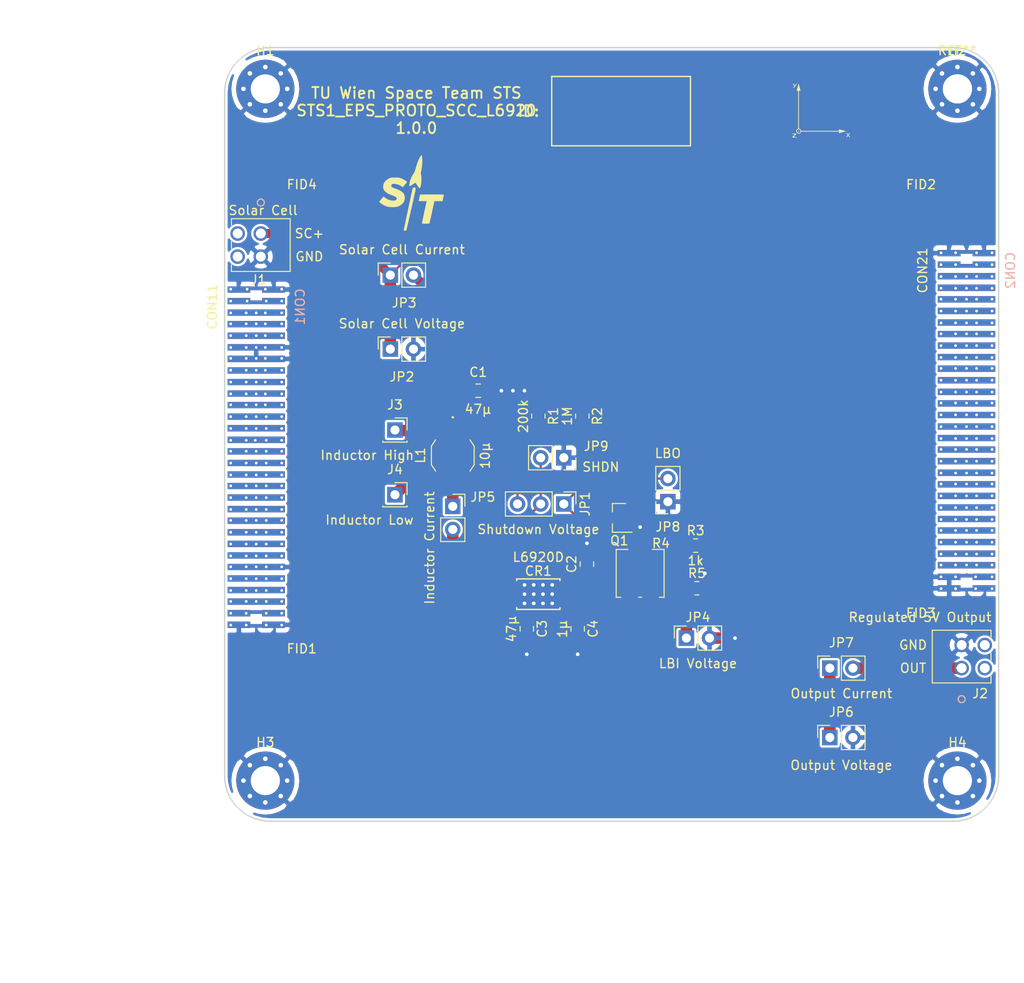
<source format=kicad_pcb>
(kicad_pcb (version 20171130) (host pcbnew "(5.1.10)-1")
  (layers (0 F.Cu signal) (31 B.Cu signal) (34 B.Paste user) (35 F.Paste user) (36 B.SilkS user) (37 F.SilkS user) (38 B.Mask user) (39 F.Mask user) (44 Edge.Cuts user))
  (net 0 "")
  (net 1 GND)
  (net 2 "Net-(CON1-Pad24)")
  (net 3 "Net-(CON1-Pad5)")
  (net 4 +3V3)
  (net 5 "Net-(CON1-Pad14)")
  (net 6 "Net-(CON1-Pad13)")
  (net 7 "Net-(CON1-Pad11)")
  (net 8 "Net-(CON1-Pad12)")
  (net 9 +12V)
  (net 10 "Net-(CON1-Pad10)")
  (net 11 "Net-(CON1-Pad3)")
  (net 12 "Net-(CON1-Pad4)")
  (net 13 "Net-(CON1-Pad2)")
  (net 14 "Net-(CON1-Pad20)")
  (net 15 "Net-(CON1-Pad19)")
  (net 16 "Net-(CON1-Pad21)")
  (net 17 "Net-(CON1-Pad22)")
  (net 18 "Net-(CON1-Pad17)")
  (net 19 "Net-(CON1-Pad18)")
  (net 20 "Net-(CON1-Pad16)")
  (net 21 "Net-(CON1-Pad15)")
  (net 22 "Net-(CON1-Pad29)")
  (net 23 "Net-(CON1-Pad28)")
  (net 24 "Net-(CON1-Pad27)")
  (net 25 "Net-(CON1-Pad26)")
  (net 26 "Net-(CON1-Pad23)")
  (net 27 "Net-(CON2-Pad24)")
  (net 28 "Net-(CON2-Pad5)")
  (net 29 "Net-(CON2-Pad6)")
  (net 30 "Net-(CON2-Pad7)")
  (net 31 "Net-(CON2-Pad8)")
  (net 32 "Net-(CON2-Pad14)")
  (net 33 "Net-(CON2-Pad13)")
  (net 34 "Net-(CON2-Pad11)")
  (net 35 "Net-(CON2-Pad12)")
  (net 36 "Net-(CON2-Pad9)")
  (net 37 "Net-(CON2-Pad10)")
  (net 38 "Net-(CON2-Pad3)")
  (net 39 "Net-(CON2-Pad4)")
  (net 40 "Net-(CON2-Pad2)")
  (net 41 "Net-(CON2-Pad20)")
  (net 42 "Net-(CON2-Pad19)")
  (net 43 "Net-(CON2-Pad21)")
  (net 44 "Net-(CON2-Pad22)")
  (net 45 "Net-(CON2-Pad17)")
  (net 46 "Net-(CON2-Pad18)")
  (net 47 "Net-(CON2-Pad16)")
  (net 48 "Net-(CON2-Pad15)")
  (net 49 "Net-(CON2-Pad28)")
  (net 50 "Net-(CON2-Pad27)")
  (net 51 "Net-(CON2-Pad26)")
  (net 52 "Net-(CON2-Pad25)")
  (net 53 "Net-(CON2-Pad23)")
  (net 54 "Net-(C2-Pad1)")
  (net 55 "Net-(CR1-Pad7)")
  (net 56 /SC+)
  (net 57 "Net-(C3-Pad1)")
  (net 58 /*SHDN)
  (net 59 /LBO)
  (net 60 "Net-(JP1-Pad1)")
  (net 61 /LBI)
  (net 62 "Net-(R3-Pad2)")
  (net 63 "Net-(C1-Pad1)")
  (net 64 "Net-(J2-Pad1)")
  (net 65 "Net-(J4-Pad1)")
  (module footprints:Coordinates (layer F.Cu) (at 180.4975 47.851)
    (fp_text reference U1 hide)
    (fp_text value coordinate_system hide)
  )
  (module footprints:Cubesatconnector (layer F.Cu) (at 196.462 81.928 270)
    (fp_text reference CON21 (at -16.51 4.826 90) (layer F.SilkS))
    (fp_text value DISCO-CON2)
    (pad 2 smd rect (at -17.018 0.127 270) (size 0.4 2.5) (layers F.Cu F.Paste F.Mask) (net 40 "Net-(CON2-Pad2)"))
    (pad 29 smd rect (at 17.018 0.127 270) (size 0.4 2.5) (layers F.Cu F.Paste F.Mask) (net 1 GND))
    (pad 30 smd rect (at 18.542 0.127 270) (size 0.4 2.5) (layers F.Cu F.Paste F.Mask) (net 1 GND))
    (pad 1 smd rect (at -18.542 0 270) (size 0.4 2.5) (layers F.Cu F.Paste F.Mask) (net 1 GND))
    (pad 28 smd rect (at 15.875 0 270) (size 0.7 6.3) (layers F.Cu F.Paste F.Mask) (net 49 "Net-(CON2-Pad28)"))
    (pad 27 smd rect (at 14.605 0 270) (size 0.7 6.3) (layers F.Cu F.Paste F.Mask) (net 50 "Net-(CON2-Pad27)"))
    (pad 26 smd rect (at 13.335 0 270) (size 0.7 6.3) (layers F.Cu F.Paste F.Mask) (net 51 "Net-(CON2-Pad26)"))
    (pad 25 smd rect (at 12.065 0 270) (size 0.7 6.3) (layers F.Cu F.Paste F.Mask) (net 52 "Net-(CON2-Pad25)"))
    (pad 24 smd rect (at 10.795 0 270) (size 0.7 6.3) (layers F.Cu F.Paste F.Mask) (net 27 "Net-(CON2-Pad24)"))
    (pad 23 smd rect (at 9.525 0 270) (size 0.7 6.3) (layers F.Cu F.Paste F.Mask) (net 53 "Net-(CON2-Pad23)"))
    (pad 22 smd rect (at 8.255 0 270) (size 0.7 6.3) (layers F.Cu F.Paste F.Mask) (net 44 "Net-(CON2-Pad22)"))
    (pad 21 smd rect (at 6.985 0 270) (size 0.7 6.3) (layers F.Cu F.Paste F.Mask) (net 43 "Net-(CON2-Pad21)"))
    (pad 20 smd rect (at 5.715 0 270) (size 0.7 6.3) (layers F.Cu F.Paste F.Mask) (net 41 "Net-(CON2-Pad20)"))
    (pad 19 smd rect (at 4.445 0 270) (size 0.7 6.3) (layers F.Cu F.Paste F.Mask) (net 42 "Net-(CON2-Pad19)"))
    (pad 18 smd rect (at 3.175 0 270) (size 0.7 6.3) (layers F.Cu F.Paste F.Mask) (net 46 "Net-(CON2-Pad18)"))
    (pad 17 smd rect (at 1.905 0 270) (size 0.7 6.3) (layers F.Cu F.Paste F.Mask) (net 45 "Net-(CON2-Pad17)"))
    (pad 16 smd rect (at 0.635 0 270) (size 0.7 6.3) (layers F.Cu F.Paste F.Mask) (net 47 "Net-(CON2-Pad16)"))
    (pad 15 smd rect (at -0.635 0 270) (size 0.7 6.3) (layers F.Cu F.Paste F.Mask) (net 48 "Net-(CON2-Pad15)"))
    (pad 14 smd rect (at -1.905 0 270) (size 0.7 6.3) (layers F.Cu F.Paste F.Mask) (net 32 "Net-(CON2-Pad14)"))
    (pad 13 smd rect (at -3.175 0 270) (size 0.7 6.3) (layers F.Cu F.Paste F.Mask) (net 33 "Net-(CON2-Pad13)"))
    (pad 12 smd rect (at -4.445 0 270) (size 0.7 6.3) (layers F.Cu F.Paste F.Mask) (net 35 "Net-(CON2-Pad12)"))
    (pad 11 smd rect (at -5.715 0 270) (size 0.7 6.3) (layers F.Cu F.Paste F.Mask) (net 34 "Net-(CON2-Pad11)"))
    (pad 10 smd rect (at -6.985 0 270) (size 0.7 6.3) (layers F.Cu F.Paste F.Mask) (net 37 "Net-(CON2-Pad10)"))
    (pad 9 smd rect (at -8.255 0 270) (size 0.7 6.3) (layers F.Cu F.Paste F.Mask) (net 36 "Net-(CON2-Pad9)"))
    (pad 8 smd rect (at -9.525 0 270) (size 0.7 6.3) (layers F.Cu F.Paste F.Mask) (net 31 "Net-(CON2-Pad8)"))
    (pad 7 smd rect (at -10.795 0 270) (size 0.7 6.3) (layers F.Cu F.Paste F.Mask) (net 30 "Net-(CON2-Pad7)"))
    (pad 6 smd rect (at -12.065 0 270) (size 0.7 6.3) (layers F.Cu F.Paste F.Mask) (net 29 "Net-(CON2-Pad6)"))
    (pad 5 smd rect (at -13.335 0 270) (size 0.7 6.3) (layers F.Cu F.Paste F.Mask) (net 28 "Net-(CON2-Pad5)"))
    (pad 4 smd rect (at -14.605 0 270) (size 0.7 6.3) (layers F.Cu F.Paste F.Mask) (net 39 "Net-(CON2-Pad4)"))
    (pad 3 smd rect (at -15.875 0 270) (size 0.7 6.3) (layers F.Cu F.Paste F.Mask) (net 38 "Net-(CON2-Pad3)"))
    (pad 30 smd rect (at 18.415 1.905 270) (size 0.7 2.5) (layers F.Cu F.Paste F.Mask) (net 1 GND))
    (pad 29 smd rect (at 17.145 1.905 270) (size 0.7 2.5) (layers F.Cu F.Paste F.Mask) (net 1 GND))
    (pad 2 smd rect (at -17.145 1.905 270) (size 0.7 2.5) (layers F.Cu F.Paste F.Mask) (net 40 "Net-(CON2-Pad2)"))
    (pad 1 smd rect (at -18.415 1.905 270) (size 0.7 2.5) (layers F.Cu F.Paste F.Mask) (net 1 GND))
    (pad 30 smd rect (at 18.415 -1.905 270) (size 0.7 2.5) (layers F.Cu F.Paste F.Mask) (net 1 GND))
    (pad 29 smd rect (at 17.145 -1.905 270) (size 0.7 2.5) (layers F.Cu F.Paste F.Mask) (net 1 GND))
    (pad 2 smd rect (at -17.145 -1.905 270) (size 0.7 2.5) (layers F.Cu F.Paste F.Mask) (net 40 "Net-(CON2-Pad2)"))
    (pad 1 smd rect (at -18.415 -1.905 270) (size 0.7 2.5) (layers F.Cu F.Paste F.Mask) (net 1 GND))
    (pad "" np_thru_hole circle (at 17.78 0 270) (size 0.889 0.889) (drill 0.889) (layers *.Cu *.Mask))
    (pad "" np_thru_hole circle (at -17.78 0 270) (size 0.889 0.889) (drill 0.889) (layers *.Cu *.Mask))
    (pad "" np_thru_hole circle (at -17.78 0 270) (size 0.889 0.889) (drill 0.889) (layers *.Cu *.Mask))
    (pad "" np_thru_hole circle (at -17.78 0 270) (size 0.889 0.889) (drill 0.889) (layers *.Cu *.Mask))
    (pad "" np_thru_hole circle (at -17.78 0 270) (size 0.889 0.889) (drill 0.889) (layers *.Cu *.Mask))
  )
  (module footprints:Cubesatconnector (layer F.Cu) (at 118.462 85.928 270)
    (fp_text reference CON11 (at -16.51 4.826 90) (layer F.SilkS))
    (fp_text value DISCO-CON1)
    (pad 2 smd rect (at -17.018 0.127 270) (size 0.4 2.5) (layers F.Cu F.Paste F.Mask) (net 13 "Net-(CON1-Pad2)"))
    (pad 29 smd rect (at 17.018 0.127 270) (size 0.4 2.5) (layers F.Cu F.Paste F.Mask) (net 22 "Net-(CON1-Pad29)"))
    (pad 30 smd rect (at 18.542 0.127 270) (size 0.4 2.5) (layers F.Cu F.Paste F.Mask) (net 1 GND))
    (pad 1 smd rect (at -18.542 0 270) (size 0.4 2.5) (layers F.Cu F.Paste F.Mask) (net 1 GND))
    (pad 28 smd rect (at 15.875 0 270) (size 0.7 6.3) (layers F.Cu F.Paste F.Mask) (net 23 "Net-(CON1-Pad28)"))
    (pad 27 smd rect (at 14.605 0 270) (size 0.7 6.3) (layers F.Cu F.Paste F.Mask) (net 24 "Net-(CON1-Pad27)"))
    (pad 26 smd rect (at 13.335 0 270) (size 0.7 6.3) (layers F.Cu F.Paste F.Mask) (net 25 "Net-(CON1-Pad26)"))
    (pad 25 smd rect (at 12.065 0 270) (size 0.7 6.3) (layers F.Cu F.Paste F.Mask) (net 1 GND))
    (pad 24 smd rect (at 10.795 0 270) (size 0.7 6.3) (layers F.Cu F.Paste F.Mask) (net 2 "Net-(CON1-Pad24)"))
    (pad 23 smd rect (at 9.525 0 270) (size 0.7 6.3) (layers F.Cu F.Paste F.Mask) (net 26 "Net-(CON1-Pad23)"))
    (pad 22 smd rect (at 8.255 0 270) (size 0.7 6.3) (layers F.Cu F.Paste F.Mask) (net 17 "Net-(CON1-Pad22)"))
    (pad 21 smd rect (at 6.985 0 270) (size 0.7 6.3) (layers F.Cu F.Paste F.Mask) (net 16 "Net-(CON1-Pad21)"))
    (pad 20 smd rect (at 5.715 0 270) (size 0.7 6.3) (layers F.Cu F.Paste F.Mask) (net 14 "Net-(CON1-Pad20)"))
    (pad 19 smd rect (at 4.445 0 270) (size 0.7 6.3) (layers F.Cu F.Paste F.Mask) (net 15 "Net-(CON1-Pad19)"))
    (pad 18 smd rect (at 3.175 0 270) (size 0.7 6.3) (layers F.Cu F.Paste F.Mask) (net 19 "Net-(CON1-Pad18)"))
    (pad 17 smd rect (at 1.905 0 270) (size 0.7 6.3) (layers F.Cu F.Paste F.Mask) (net 18 "Net-(CON1-Pad17)"))
    (pad 16 smd rect (at 0.635 0 270) (size 0.7 6.3) (layers F.Cu F.Paste F.Mask) (net 20 "Net-(CON1-Pad16)"))
    (pad 15 smd rect (at -0.635 0 270) (size 0.7 6.3) (layers F.Cu F.Paste F.Mask) (net 21 "Net-(CON1-Pad15)"))
    (pad 14 smd rect (at -1.905 0 270) (size 0.7 6.3) (layers F.Cu F.Paste F.Mask) (net 5 "Net-(CON1-Pad14)"))
    (pad 13 smd rect (at -3.175 0 270) (size 0.7 6.3) (layers F.Cu F.Paste F.Mask) (net 6 "Net-(CON1-Pad13)"))
    (pad 12 smd rect (at -4.445 0 270) (size 0.7 6.3) (layers F.Cu F.Paste F.Mask) (net 8 "Net-(CON1-Pad12)"))
    (pad 11 smd rect (at -5.715 0 270) (size 0.7 6.3) (layers F.Cu F.Paste F.Mask) (net 7 "Net-(CON1-Pad11)"))
    (pad 10 smd rect (at -6.985 0 270) (size 0.7 6.3) (layers F.Cu F.Paste F.Mask) (net 10 "Net-(CON1-Pad10)"))
    (pad 9 smd rect (at -8.255 0 270) (size 0.7 6.3) (layers F.Cu F.Paste F.Mask) (net 9 +12V))
    (pad 8 smd rect (at -9.525 0 270) (size 0.7 6.3) (layers F.Cu F.Paste F.Mask) (net 4 +3V3))
    (pad 7 smd rect (at -10.795 0 270) (size 0.7 6.3) (layers F.Cu F.Paste F.Mask) (net 1 GND))
    (pad 6 smd rect (at -12.065 0 270) (size 0.7 6.3) (layers F.Cu F.Paste F.Mask) (net 1 GND))
    (pad 5 smd rect (at -13.335 0 270) (size 0.7 6.3) (layers F.Cu F.Paste F.Mask) (net 3 "Net-(CON1-Pad5)"))
    (pad 4 smd rect (at -14.605 0 270) (size 0.7 6.3) (layers F.Cu F.Paste F.Mask) (net 12 "Net-(CON1-Pad4)"))
    (pad 3 smd rect (at -15.875 0 270) (size 0.7 6.3) (layers F.Cu F.Paste F.Mask) (net 11 "Net-(CON1-Pad3)"))
    (pad 30 smd rect (at 18.415 1.905 270) (size 0.7 2.5) (layers F.Cu F.Paste F.Mask) (net 1 GND))
    (pad 29 smd rect (at 17.145 1.905 270) (size 0.7 2.5) (layers F.Cu F.Paste F.Mask) (net 22 "Net-(CON1-Pad29)"))
    (pad 2 smd rect (at -17.145 1.905 270) (size 0.7 2.5) (layers F.Cu F.Paste F.Mask) (net 13 "Net-(CON1-Pad2)"))
    (pad 1 smd rect (at -18.415 1.905 270) (size 0.7 2.5) (layers F.Cu F.Paste F.Mask) (net 1 GND))
    (pad 30 smd rect (at 18.415 -1.905 270) (size 0.7 2.5) (layers F.Cu F.Paste F.Mask) (net 1 GND))
    (pad 29 smd rect (at 17.145 -1.905 270) (size 0.7 2.5) (layers F.Cu F.Paste F.Mask) (net 22 "Net-(CON1-Pad29)"))
    (pad 2 smd rect (at -17.145 -1.905 270) (size 0.7 2.5) (layers F.Cu F.Paste F.Mask) (net 13 "Net-(CON1-Pad2)"))
    (pad 1 smd rect (at -18.415 -1.905 270) (size 0.7 2.5) (layers F.Cu F.Paste F.Mask) (net 1 GND))
    (pad "" np_thru_hole circle (at 17.78 0 270) (size 0.889 0.889) (drill 0.889) (layers *.Cu *.Mask))
    (pad "" np_thru_hole circle (at -17.78 0 270) (size 0.889 0.889) (drill 0.889) (layers *.Cu *.Mask))
    (pad "" np_thru_hole circle (at -17.78 0 270) (size 0.889 0.889) (drill 0.889) (layers *.Cu *.Mask))
    (pad "" np_thru_hole circle (at -17.78 0 270) (size 0.889 0.889) (drill 0.889) (layers *.Cu *.Mask))
    (pad "" np_thru_hole circle (at -17.78 0 270) (size 0.889 0.889) (drill 0.889) (layers *.Cu *.Mask))
  )
  (module footprints:Cubesatconnector (layer B.Cu) (at 196.462 81.928 270)
    (fp_text reference CON2 (at -16.51 -4.826 90) (layer B.SilkS) (effects (justify mirror)))
    (fp_text value DISCO-CON2)
    (pad 2 smd rect (at -17.018 -0.127 270) (size 0.4 2.5) (layers B.Cu B.Paste B.Mask) (net 40 "Net-(CON2-Pad2)"))
    (pad 29 smd rect (at 17.018 -0.127 270) (size 0.4 2.5) (layers B.Cu B.Paste B.Mask) (net 1 GND))
    (pad 30 smd rect (at 18.542 -0.127 270) (size 0.4 2.5) (layers B.Cu B.Paste B.Mask) (net 1 GND))
    (pad 1 smd rect (at -18.542 0 270) (size 0.4 2.5) (layers B.Cu B.Paste B.Mask) (net 1 GND))
    (pad 28 smd rect (at 15.875 0 270) (size 0.7 6.3) (layers B.Cu B.Paste B.Mask) (net 49 "Net-(CON2-Pad28)"))
    (pad 27 smd rect (at 14.605 0 270) (size 0.7 6.3) (layers B.Cu B.Paste B.Mask) (net 50 "Net-(CON2-Pad27)"))
    (pad 26 smd rect (at 13.335 0 270) (size 0.7 6.3) (layers B.Cu B.Paste B.Mask) (net 51 "Net-(CON2-Pad26)"))
    (pad 25 smd rect (at 12.065 0 270) (size 0.7 6.3) (layers B.Cu B.Paste B.Mask) (net 52 "Net-(CON2-Pad25)"))
    (pad 24 smd rect (at 10.795 0 270) (size 0.7 6.3) (layers B.Cu B.Paste B.Mask) (net 27 "Net-(CON2-Pad24)"))
    (pad 23 smd rect (at 9.525 0 270) (size 0.7 6.3) (layers B.Cu B.Paste B.Mask) (net 53 "Net-(CON2-Pad23)"))
    (pad 22 smd rect (at 8.255 0 270) (size 0.7 6.3) (layers B.Cu B.Paste B.Mask) (net 44 "Net-(CON2-Pad22)"))
    (pad 21 smd rect (at 6.985 0 270) (size 0.7 6.3) (layers B.Cu B.Paste B.Mask) (net 43 "Net-(CON2-Pad21)"))
    (pad 20 smd rect (at 5.715 0 270) (size 0.7 6.3) (layers B.Cu B.Paste B.Mask) (net 41 "Net-(CON2-Pad20)"))
    (pad 19 smd rect (at 4.445 0 270) (size 0.7 6.3) (layers B.Cu B.Paste B.Mask) (net 42 "Net-(CON2-Pad19)"))
    (pad 18 smd rect (at 3.175 0 270) (size 0.7 6.3) (layers B.Cu B.Paste B.Mask) (net 46 "Net-(CON2-Pad18)"))
    (pad 17 smd rect (at 1.905 0 270) (size 0.7 6.3) (layers B.Cu B.Paste B.Mask) (net 45 "Net-(CON2-Pad17)"))
    (pad 16 smd rect (at 0.635 0 270) (size 0.7 6.3) (layers B.Cu B.Paste B.Mask) (net 47 "Net-(CON2-Pad16)"))
    (pad 15 smd rect (at -0.635 0 270) (size 0.7 6.3) (layers B.Cu B.Paste B.Mask) (net 48 "Net-(CON2-Pad15)"))
    (pad 14 smd rect (at -1.905 0 270) (size 0.7 6.3) (layers B.Cu B.Paste B.Mask) (net 32 "Net-(CON2-Pad14)"))
    (pad 13 smd rect (at -3.175 0 270) (size 0.7 6.3) (layers B.Cu B.Paste B.Mask) (net 33 "Net-(CON2-Pad13)"))
    (pad 12 smd rect (at -4.445 0 270) (size 0.7 6.3) (layers B.Cu B.Paste B.Mask) (net 35 "Net-(CON2-Pad12)"))
    (pad 11 smd rect (at -5.715 0 270) (size 0.7 6.3) (layers B.Cu B.Paste B.Mask) (net 34 "Net-(CON2-Pad11)"))
    (pad 10 smd rect (at -6.985 0 270) (size 0.7 6.3) (layers B.Cu B.Paste B.Mask) (net 37 "Net-(CON2-Pad10)"))
    (pad 9 smd rect (at -8.255 0 270) (size 0.7 6.3) (layers B.Cu B.Paste B.Mask) (net 36 "Net-(CON2-Pad9)"))
    (pad 8 smd rect (at -9.525 0 270) (size 0.7 6.3) (layers B.Cu B.Paste B.Mask) (net 31 "Net-(CON2-Pad8)"))
    (pad 7 smd rect (at -10.795 0 270) (size 0.7 6.3) (layers B.Cu B.Paste B.Mask) (net 30 "Net-(CON2-Pad7)"))
    (pad 6 smd rect (at -12.065 0 270) (size 0.7 6.3) (layers B.Cu B.Paste B.Mask) (net 29 "Net-(CON2-Pad6)"))
    (pad 5 smd rect (at -13.335 0 270) (size 0.7 6.3) (layers B.Cu B.Paste B.Mask) (net 28 "Net-(CON2-Pad5)"))
    (pad 4 smd rect (at -14.605 0 270) (size 0.7 6.3) (layers B.Cu B.Paste B.Mask) (net 39 "Net-(CON2-Pad4)"))
    (pad 3 smd rect (at -15.875 0 270) (size 0.7 6.3) (layers B.Cu B.Paste B.Mask) (net 38 "Net-(CON2-Pad3)"))
    (pad 30 smd rect (at 18.415 -1.905 270) (size 0.7 2.5) (layers B.Cu B.Paste B.Mask) (net 1 GND))
    (pad 29 smd rect (at 17.145 -1.905 270) (size 0.7 2.5) (layers B.Cu B.Paste B.Mask) (net 1 GND))
    (pad 2 smd rect (at -17.145 -1.905 270) (size 0.7 2.5) (layers B.Cu B.Paste B.Mask) (net 40 "Net-(CON2-Pad2)"))
    (pad 1 smd rect (at -18.415 -1.905 270) (size 0.7 2.5) (layers B.Cu B.Paste B.Mask) (net 1 GND))
    (pad 30 smd rect (at 18.415 1.905 270) (size 0.7 2.5) (layers B.Cu B.Paste B.Mask) (net 1 GND))
    (pad 29 smd rect (at 17.145 1.905 270) (size 0.7 2.5) (layers B.Cu B.Paste B.Mask) (net 1 GND))
    (pad 2 smd rect (at -17.145 1.905 270) (size 0.7 2.5) (layers B.Cu B.Paste B.Mask) (net 40 "Net-(CON2-Pad2)"))
    (pad 1 smd rect (at -18.415 1.905 270) (size 0.7 2.5) (layers B.Cu B.Paste B.Mask) (net 1 GND))
    (pad "" np_thru_hole circle (at 17.78 0 270) (size 0.889 0.889) (drill 0.889) (layers *.Cu *.Mask))
    (pad "" np_thru_hole circle (at -17.78 0 270) (size 0.889 0.889) (drill 0.889) (layers *.Cu *.Mask))
    (pad "" np_thru_hole circle (at -17.78 0 270) (size 0.889 0.889) (drill 0.889) (layers *.Cu *.Mask))
    (pad "" np_thru_hole circle (at -17.78 0 270) (size 0.889 0.889) (drill 0.889) (layers *.Cu *.Mask))
    (pad "" np_thru_hole circle (at -17.78 0 270) (size 0.889 0.889) (drill 0.889) (layers *.Cu *.Mask))
  )
  (module footprints:Cubesatconnector (layer B.Cu) (at 118.462 85.928 270)
    (fp_text reference CON1 (at -16.51 -4.826 90) (layer B.SilkS) (effects (justify mirror)))
    (fp_text value DISCO-CON1)
    (pad 2 smd rect (at -17.018 -0.127 270) (size 0.4 2.5) (layers B.Cu B.Paste B.Mask) (net 13 "Net-(CON1-Pad2)"))
    (pad 29 smd rect (at 17.018 -0.127 270) (size 0.4 2.5) (layers B.Cu B.Paste B.Mask) (net 22 "Net-(CON1-Pad29)"))
    (pad 30 smd rect (at 18.542 -0.127 270) (size 0.4 2.5) (layers B.Cu B.Paste B.Mask) (net 1 GND))
    (pad 1 smd rect (at -18.542 0 270) (size 0.4 2.5) (layers B.Cu B.Paste B.Mask) (net 1 GND))
    (pad 28 smd rect (at 15.875 0 270) (size 0.7 6.3) (layers B.Cu B.Paste B.Mask) (net 23 "Net-(CON1-Pad28)"))
    (pad 27 smd rect (at 14.605 0 270) (size 0.7 6.3) (layers B.Cu B.Paste B.Mask) (net 24 "Net-(CON1-Pad27)"))
    (pad 26 smd rect (at 13.335 0 270) (size 0.7 6.3) (layers B.Cu B.Paste B.Mask) (net 25 "Net-(CON1-Pad26)"))
    (pad 25 smd rect (at 12.065 0 270) (size 0.7 6.3) (layers B.Cu B.Paste B.Mask) (net 1 GND))
    (pad 24 smd rect (at 10.795 0 270) (size 0.7 6.3) (layers B.Cu B.Paste B.Mask) (net 2 "Net-(CON1-Pad24)"))
    (pad 23 smd rect (at 9.525 0 270) (size 0.7 6.3) (layers B.Cu B.Paste B.Mask) (net 26 "Net-(CON1-Pad23)"))
    (pad 22 smd rect (at 8.255 0 270) (size 0.7 6.3) (layers B.Cu B.Paste B.Mask) (net 17 "Net-(CON1-Pad22)"))
    (pad 21 smd rect (at 6.985 0 270) (size 0.7 6.3) (layers B.Cu B.Paste B.Mask) (net 16 "Net-(CON1-Pad21)"))
    (pad 20 smd rect (at 5.715 0 270) (size 0.7 6.3) (layers B.Cu B.Paste B.Mask) (net 14 "Net-(CON1-Pad20)"))
    (pad 19 smd rect (at 4.445 0 270) (size 0.7 6.3) (layers B.Cu B.Paste B.Mask) (net 15 "Net-(CON1-Pad19)"))
    (pad 18 smd rect (at 3.175 0 270) (size 0.7 6.3) (layers B.Cu B.Paste B.Mask) (net 19 "Net-(CON1-Pad18)"))
    (pad 17 smd rect (at 1.905 0 270) (size 0.7 6.3) (layers B.Cu B.Paste B.Mask) (net 18 "Net-(CON1-Pad17)"))
    (pad 16 smd rect (at 0.635 0 270) (size 0.7 6.3) (layers B.Cu B.Paste B.Mask) (net 20 "Net-(CON1-Pad16)"))
    (pad 15 smd rect (at -0.635 0 270) (size 0.7 6.3) (layers B.Cu B.Paste B.Mask) (net 21 "Net-(CON1-Pad15)"))
    (pad 14 smd rect (at -1.905 0 270) (size 0.7 6.3) (layers B.Cu B.Paste B.Mask) (net 5 "Net-(CON1-Pad14)"))
    (pad 13 smd rect (at -3.175 0 270) (size 0.7 6.3) (layers B.Cu B.Paste B.Mask) (net 6 "Net-(CON1-Pad13)"))
    (pad 12 smd rect (at -4.445 0 270) (size 0.7 6.3) (layers B.Cu B.Paste B.Mask) (net 8 "Net-(CON1-Pad12)"))
    (pad 11 smd rect (at -5.715 0 270) (size 0.7 6.3) (layers B.Cu B.Paste B.Mask) (net 7 "Net-(CON1-Pad11)"))
    (pad 10 smd rect (at -6.985 0 270) (size 0.7 6.3) (layers B.Cu B.Paste B.Mask) (net 10 "Net-(CON1-Pad10)"))
    (pad 9 smd rect (at -8.255 0 270) (size 0.7 6.3) (layers B.Cu B.Paste B.Mask) (net 9 +12V))
    (pad 8 smd rect (at -9.525 0 270) (size 0.7 6.3) (layers B.Cu B.Paste B.Mask) (net 4 +3V3))
    (pad 7 smd rect (at -10.795 0 270) (size 0.7 6.3) (layers B.Cu B.Paste B.Mask) (net 1 GND))
    (pad 6 smd rect (at -12.065 0 270) (size 0.7 6.3) (layers B.Cu B.Paste B.Mask) (net 1 GND))
    (pad 5 smd rect (at -13.335 0 270) (size 0.7 6.3) (layers B.Cu B.Paste B.Mask) (net 3 "Net-(CON1-Pad5)"))
    (pad 4 smd rect (at -14.605 0 270) (size 0.7 6.3) (layers B.Cu B.Paste B.Mask) (net 12 "Net-(CON1-Pad4)"))
    (pad 3 smd rect (at -15.875 0 270) (size 0.7 6.3) (layers B.Cu B.Paste B.Mask) (net 11 "Net-(CON1-Pad3)"))
    (pad 30 smd rect (at 18.415 -1.905 270) (size 0.7 2.5) (layers B.Cu B.Paste B.Mask) (net 1 GND))
    (pad 29 smd rect (at 17.145 -1.905 270) (size 0.7 2.5) (layers B.Cu B.Paste B.Mask) (net 22 "Net-(CON1-Pad29)"))
    (pad 2 smd rect (at -17.145 -1.905 270) (size 0.7 2.5) (layers B.Cu B.Paste B.Mask) (net 13 "Net-(CON1-Pad2)"))
    (pad 1 smd rect (at -18.415 -1.905 270) (size 0.7 2.5) (layers B.Cu B.Paste B.Mask) (net 1 GND))
    (pad 30 smd rect (at 18.415 1.905 270) (size 0.7 2.5) (layers B.Cu B.Paste B.Mask) (net 1 GND))
    (pad 29 smd rect (at 17.145 1.905 270) (size 0.7 2.5) (layers B.Cu B.Paste B.Mask) (net 22 "Net-(CON1-Pad29)"))
    (pad 2 smd rect (at -17.145 1.905 270) (size 0.7 2.5) (layers B.Cu B.Paste B.Mask) (net 13 "Net-(CON1-Pad2)"))
    (pad 1 smd rect (at -18.415 1.905 270) (size 0.7 2.5) (layers B.Cu B.Paste B.Mask) (net 1 GND))
    (pad "" np_thru_hole circle (at 17.78 0 270) (size 0.889 0.889) (drill 0.889) (layers *.Cu *.Mask))
    (pad "" np_thru_hole circle (at -17.78 0 270) (size 0.889 0.889) (drill 0.889) (layers *.Cu *.Mask))
    (pad "" np_thru_hole circle (at -17.78 0 270) (size 0.889 0.889) (drill 0.889) (layers *.Cu *.Mask))
    (pad "" np_thru_hole circle (at -17.78 0 270) (size 0.889 0.889) (drill 0.889) (layers *.Cu *.Mask))
    (pad "" np_thru_hole circle (at -17.78 0 270) (size 0.889 0.889) (drill 0.889) (layers *.Cu *.Mask))
  )
  (module spaceteam:STLogo (layer F.Cu) (at 135.562 56.878)
    (fp_text reference G*** hide)
    (fp_text value LOGO hide)
  )
  (module MountingHole:MountingHole_3.2mm_M3_Pad_Via (layer F.Cu) (at 195.462 121.468)
    (fp_text reference H4 (at 0 -4.2) (layer F.SilkS))
    (fp_text value MountingHole_Pad)
    (pad 1 thru_hole circle (at 1.697056 -1.697056) (size 0.8 0.8) (drill 0.5) (layers *.Cu *.Mask) (net 1 GND))
    (pad 1 thru_hole circle (at 0 -2.4) (size 0.8 0.8) (drill 0.5) (layers *.Cu *.Mask) (net 1 GND))
    (pad 1 thru_hole circle (at -1.697056 -1.697056) (size 0.8 0.8) (drill 0.5) (layers *.Cu *.Mask) (net 1 GND))
    (pad 1 thru_hole circle (at -2.4 0) (size 0.8 0.8) (drill 0.5) (layers *.Cu *.Mask) (net 1 GND))
    (pad 1 thru_hole circle (at -1.697056 1.697056) (size 0.8 0.8) (drill 0.5) (layers *.Cu *.Mask) (net 1 GND))
    (pad 1 thru_hole circle (at 0 2.4) (size 0.8 0.8) (drill 0.5) (layers *.Cu *.Mask) (net 1 GND))
    (pad 1 thru_hole circle (at 1.697056 1.697056) (size 0.8 0.8) (drill 0.5) (layers *.Cu *.Mask) (net 1 GND))
    (pad 1 thru_hole circle (at 2.4 0) (size 0.8 0.8) (drill 0.5) (layers *.Cu *.Mask) (net 1 GND))
    (pad 1 thru_hole circle (at 0 0) (size 6.4 6.4) (drill 3.2) (layers *.Cu *.Mask) (net 1 GND))
  )
  (module MountingHole:MountingHole_3.2mm_M3_Pad_Via (layer F.Cu) (at 119.462 121.468)
    (fp_text reference H3 (at 0 -4.2) (layer F.SilkS))
    (fp_text value MountingHole_Pad)
    (pad 1 thru_hole circle (at 1.697056 -1.697056) (size 0.8 0.8) (drill 0.5) (layers *.Cu *.Mask) (net 1 GND))
    (pad 1 thru_hole circle (at 0 -2.4) (size 0.8 0.8) (drill 0.5) (layers *.Cu *.Mask) (net 1 GND))
    (pad 1 thru_hole circle (at -1.697056 -1.697056) (size 0.8 0.8) (drill 0.5) (layers *.Cu *.Mask) (net 1 GND))
    (pad 1 thru_hole circle (at -2.4 0) (size 0.8 0.8) (drill 0.5) (layers *.Cu *.Mask) (net 1 GND))
    (pad 1 thru_hole circle (at -1.697056 1.697056) (size 0.8 0.8) (drill 0.5) (layers *.Cu *.Mask) (net 1 GND))
    (pad 1 thru_hole circle (at 0 2.4) (size 0.8 0.8) (drill 0.5) (layers *.Cu *.Mask) (net 1 GND))
    (pad 1 thru_hole circle (at 1.697056 1.697056) (size 0.8 0.8) (drill 0.5) (layers *.Cu *.Mask) (net 1 GND))
    (pad 1 thru_hole circle (at 2.4 0) (size 0.8 0.8) (drill 0.5) (layers *.Cu *.Mask) (net 1 GND))
    (pad 1 thru_hole circle (at 0 0) (size 6.4 6.4) (drill 3.2) (layers *.Cu *.Mask) (net 1 GND))
  )
  (module MountingHole:MountingHole_3.2mm_M3_Pad_Via (layer F.Cu) (at 195.462 45.468)
    (fp_text reference H2 (at 0 -4.2) (layer F.SilkS))
    (fp_text value MountingHole_Pad)
    (pad 1 thru_hole circle (at 1.697056 -1.697056) (size 0.8 0.8) (drill 0.5) (layers *.Cu *.Mask) (net 1 GND))
    (pad 1 thru_hole circle (at 0 -2.4) (size 0.8 0.8) (drill 0.5) (layers *.Cu *.Mask) (net 1 GND))
    (pad 1 thru_hole circle (at -1.697056 -1.697056) (size 0.8 0.8) (drill 0.5) (layers *.Cu *.Mask) (net 1 GND))
    (pad 1 thru_hole circle (at -2.4 0) (size 0.8 0.8) (drill 0.5) (layers *.Cu *.Mask) (net 1 GND))
    (pad 1 thru_hole circle (at -1.697056 1.697056) (size 0.8 0.8) (drill 0.5) (layers *.Cu *.Mask) (net 1 GND))
    (pad 1 thru_hole circle (at 0 2.4) (size 0.8 0.8) (drill 0.5) (layers *.Cu *.Mask) (net 1 GND))
    (pad 1 thru_hole circle (at 1.697056 1.697056) (size 0.8 0.8) (drill 0.5) (layers *.Cu *.Mask) (net 1 GND))
    (pad 1 thru_hole circle (at 2.4 0) (size 0.8 0.8) (drill 0.5) (layers *.Cu *.Mask) (net 1 GND))
    (pad 1 thru_hole circle (at 0 0) (size 6.4 6.4) (drill 3.2) (layers *.Cu *.Mask) (net 1 GND))
  )
  (module MountingHole:MountingHole_3.2mm_M3_Pad_Via (layer F.Cu) (at 119.462 45.468)
    (fp_text reference H1 (at 0 -4.2) (layer F.SilkS))
    (fp_text value MountingHole_Pad)
    (pad 1 thru_hole circle (at 1.697056 -1.697056) (size 0.8 0.8) (drill 0.5) (layers *.Cu *.Mask) (net 1 GND))
    (pad 1 thru_hole circle (at 0 -2.4) (size 0.8 0.8) (drill 0.5) (layers *.Cu *.Mask) (net 1 GND))
    (pad 1 thru_hole circle (at -1.697056 -1.697056) (size 0.8 0.8) (drill 0.5) (layers *.Cu *.Mask) (net 1 GND))
    (pad 1 thru_hole circle (at -2.4 0) (size 0.8 0.8) (drill 0.5) (layers *.Cu *.Mask) (net 1 GND))
    (pad 1 thru_hole circle (at -1.697056 1.697056) (size 0.8 0.8) (drill 0.5) (layers *.Cu *.Mask) (net 1 GND))
    (pad 1 thru_hole circle (at 0 2.4) (size 0.8 0.8) (drill 0.5) (layers *.Cu *.Mask) (net 1 GND))
    (pad 1 thru_hole circle (at 1.697056 1.697056) (size 0.8 0.8) (drill 0.5) (layers *.Cu *.Mask) (net 1 GND))
    (pad 1 thru_hole circle (at 2.4 0) (size 0.8 0.8) (drill 0.5) (layers *.Cu *.Mask) (net 1 GND))
    (pad 1 thru_hole circle (at 0 0) (size 6.4 6.4) (drill 3.2) (layers *.Cu *.Mask) (net 1 GND))
  )
  (module Fiducial:Fiducial_0.75mm_Mask1.5mm (layer F.Cu) (at 123.462 57.978)
    (fp_text reference FID4 (at 0 -2) (layer F.SilkS))
    (fp_text value Fiducial)
    (pad "" smd circle (at 0 0) (size 0.75 0.75) (layers F.Cu F.Mask) (clearance 0.375))
  )
  (module Fiducial:Fiducial_0.75mm_Mask1.5mm (layer F.Cu) (at 191.462 105.0645)
    (fp_text reference FID3 (at 0 -2) (layer F.SilkS))
    (fp_text value Fiducial)
    (pad "" smd circle (at 0 0) (size 0.75 0.75) (layers F.Cu F.Mask) (clearance 0.375))
  )
  (module Fiducial:Fiducial_0.75mm_Mask1.5mm (layer F.Cu) (at 191.462 57.978)
    (fp_text reference FID2 (at 0 -2) (layer F.SilkS))
    (fp_text value Fiducial)
    (pad "" smd circle (at 0 0) (size 0.75 0.75) (layers F.Cu F.Mask) (clearance 0.375))
  )
  (module Fiducial:Fiducial_0.75mm_Mask1.5mm (layer F.Cu) (at 123.462 108.978)
    (fp_text reference FID1 (at 0 -2) (layer F.SilkS))
    (fp_text value Fiducial)
    (pad "" smd circle (at 0 0) (size 0.75 0.75) (layers F.Cu F.Mask) (clearance 0.375))
  )
  (module footprints:DO1608C-103C (layer F.Cu) (at 140.046 85.742 270)
    (fp_text reference L1 (at 0 3.556 90) (layer F.SilkS))
    (fp_text value 10µ (at 0 -3.556 90) (layer F.SilkS))
    (pad 2 smd rect (at 2.7305 0 270) (size 1.397 3.556) (layers F.Cu F.Paste F.Mask) (net 65 "Net-(J4-Pad1)"))
    (pad 1 smd rect (at -2.7305 0 270) (size 1.397 3.556) (layers F.Cu F.Paste F.Mask) (net 63 "Net-(C1-Pad1)"))
  )
  (module Connector_PinSocket_2.54mm:PinSocket_1x02_P2.54mm_Vertical (layer F.Cu) (at 152.238 85.996 270)
    (fp_text reference JP9 (at -1.27 -3.556 180) (layer F.SilkS))
    (fp_text value SHDN (at 1.016 -4.064 180) (layer F.SilkS))
    (pad 2 thru_hole oval (at 0 2.54 270) (size 1.7 1.7) (drill 1) (layers *.Cu *.Mask) (net 58 /*SHDN))
    (pad 1 thru_hole rect (at 0 0 270) (size 1.7 1.7) (drill 1) (layers *.Cu *.Mask) (net 1 GND))
  )
  (module Connector_PinSocket_2.54mm:PinSocket_1x02_P2.54mm_Vertical (layer F.Cu) (at 163.668 90.822 180)
    (fp_text reference JP8 (at 0 -2.77) (layer F.SilkS))
    (fp_text value LBO (at 0 5.31) (layer F.SilkS))
    (pad 2 thru_hole oval (at 0 2.54 180) (size 1.7 1.7) (drill 1) (layers *.Cu *.Mask) (net 59 /LBO))
    (pad 1 thru_hole rect (at 0 0 180) (size 1.7 1.7) (drill 1) (layers *.Cu *.Mask) (net 1 GND))
  )
  (module Connector_PinSocket_2.54mm:PinSocket_1x02_P2.54mm_Vertical (layer F.Cu) (at 181.448 109.11 90)
    (fp_text reference JP7 (at 2.794 1.27 180) (layer F.SilkS))
    (fp_text value "Output Current" (at -2.794 1.27 180) (layer F.SilkS))
    (pad 2 thru_hole oval (at 0 2.54 90) (size 1.7 1.7) (drill 1) (layers *.Cu *.Mask) (net 64 "Net-(J2-Pad1)"))
    (pad 1 thru_hole rect (at 0 0 90) (size 1.7 1.7) (drill 1) (layers *.Cu *.Mask) (net 57 "Net-(C3-Pad1)"))
  )
  (module Connector_PinSocket_2.54mm:PinSocket_1x02_P2.54mm_Vertical (layer F.Cu) (at 181.448 116.73 90)
    (fp_text reference JP6 (at 2.794 1.27 180) (layer F.SilkS))
    (fp_text value "Output Voltage" (at -3.048 1.27 180) (layer F.SilkS))
    (pad 2 thru_hole oval (at 0 2.54 90) (size 1.7 1.7) (drill 1) (layers *.Cu *.Mask) (net 1 GND))
    (pad 1 thru_hole rect (at 0 0 90) (size 1.7 1.7) (drill 1) (layers *.Cu *.Mask) (net 57 "Net-(C3-Pad1)"))
  )
  (module Connector_PinSocket_2.54mm:PinSocket_1x02_P2.54mm_Vertical (layer F.Cu) (at 140.046 91.33)
    (fp_text reference JP5 (at 3.302 -1.016) (layer F.SilkS))
    (fp_text value "Inductor Current" (at -2.54 4.572 90) (layer F.SilkS))
    (pad 2 thru_hole oval (at 0 2.54) (size 1.7 1.7) (drill 1) (layers *.Cu *.Mask) (net 55 "Net-(CR1-Pad7)"))
    (pad 1 thru_hole rect (at 0 0) (size 1.7 1.7) (drill 1) (layers *.Cu *.Mask) (net 65 "Net-(J4-Pad1)"))
  )
  (module Connector_PinSocket_2.54mm:PinSocket_1x02_P2.54mm_Vertical (layer F.Cu) (at 165.7 105.808 90)
    (fp_text reference JP4 (at 2.286 1.27 180) (layer F.SilkS))
    (fp_text value "LBI Voltage" (at -2.794 1.27 180) (layer F.SilkS))
    (pad 2 thru_hole oval (at 0 2.54 90) (size 1.7 1.7) (drill 1) (layers *.Cu *.Mask) (net 1 GND))
    (pad 1 thru_hole rect (at 0 0 90) (size 1.7 1.7) (drill 1) (layers *.Cu *.Mask) (net 61 /LBI))
  )
  (module Connector_PinSocket_2.54mm:PinSocket_1x02_P2.54mm_Vertical (layer F.Cu) (at 133.188 65.93 90)
    (fp_text reference JP3 (at -3.048 1.524 180) (layer F.SilkS))
    (fp_text value "Solar Cell Current" (at 2.794 1.27 180) (layer F.SilkS))
    (pad 2 thru_hole oval (at 0 2.54 90) (size 1.7 1.7) (drill 1) (layers *.Cu *.Mask) (net 63 "Net-(C1-Pad1)"))
    (pad 1 thru_hole rect (at 0 0 90) (size 1.7 1.7) (drill 1) (layers *.Cu *.Mask) (net 56 /SC+))
  )
  (module Connector_PinSocket_2.54mm:PinSocket_1x02_P2.54mm_Vertical (layer F.Cu) (at 133.188 74.058 90)
    (fp_text reference JP2 (at -3.048 1.27 180) (layer F.SilkS))
    (fp_text value "Solar Cell Voltage" (at 2.794 1.27 180) (layer F.SilkS))
    (pad 2 thru_hole oval (at 0 2.54 90) (size 1.7 1.7) (drill 1) (layers *.Cu *.Mask) (net 1 GND))
    (pad 1 thru_hole rect (at 0 0 90) (size 1.7 1.7) (drill 1) (layers *.Cu *.Mask) (net 56 /SC+))
  )
  (module Connector_PinSocket_2.54mm:PinSocket_1x01_P2.54mm_Vertical (layer F.Cu) (at 133.696 90.06)
    (fp_text reference J4 (at 0 -2.77) (layer F.SilkS))
    (fp_text value "Inductor Low" (at -2.794 2.77) (layer F.SilkS))
    (pad 1 thru_hole rect (at 0 0) (size 1.7 1.7) (drill 1) (layers *.Cu *.Mask) (net 65 "Net-(J4-Pad1)"))
  )
  (module Connector_PinSocket_2.54mm:PinSocket_1x01_P2.54mm_Vertical (layer F.Cu) (at 133.696 82.948)
    (fp_text reference J3 (at 0 -2.77) (layer F.SilkS))
    (fp_text value "Inductor High" (at -3.048 2.77) (layer F.SilkS))
    (pad 1 thru_hole rect (at 0 0) (size 1.7 1.7) (drill 1) (layers *.Cu *.Mask) (net 63 "Net-(C1-Pad1)"))
  )
  (module Package_TO_SOT_SMD:SOT-23 (layer F.Cu) (at 158.334 92.6 180)
    (fp_text reference Q1 (at 0 -2.5) (layer F.SilkS))
    (fp_text value 2N7000)
    (pad 3 smd rect (at 1 0 180) (size 0.9 0.8) (layers F.Cu F.Paste F.Mask) (net 60 "Net-(JP1-Pad1)"))
    (pad 2 smd rect (at -1 0.95 180) (size 0.9 0.8) (layers F.Cu F.Paste F.Mask) (net 59 /LBO))
    (pad 1 smd rect (at -1 -0.95 180) (size 0.9 0.8) (layers F.Cu F.Paste F.Mask) (net 1 GND))
  )
  (module "footprints:TS53YL 20K 20&percent_" (layer F.Cu) (at 160.62 98.696)
    (fp_text reference R4 (at 2.286 -3.302) (layer F.SilkS))
    (fp_text value TS53YL_20K_20% hide)
    (pad 1 smd rect (at 1.143 2.7432) (size 1.2954 1.2954) (layers F.Cu F.Paste F.Mask) (net 61 /LBI))
    (pad 2 smd rect (at 0 -2.7432) (size 2.0066 1.2954) (layers F.Cu F.Paste F.Mask) (net 62 "Net-(R3-Pad2)"))
    (pad 3 smd rect (at -1.143 2.7432) (size 1.2954 1.2954) (layers F.Cu F.Paste F.Mask) (net 62 "Net-(R3-Pad2)"))
  )
  (module Resistor_SMD:R_0805_2012Metric (layer F.Cu) (at 166.853001 100.335001)
    (fp_text reference R5 (at 0 -1.65) (layer F.SilkS))
    (fp_text value 5k)
    (pad 2 smd roundrect (at 0.9125 0) (size 1.025 1.4) (layers F.Cu F.Paste F.Mask) (roundrect_rratio 0.243902) (net 1 GND))
    (pad 1 smd roundrect (at -0.9125 0) (size 1.025 1.4) (layers F.Cu F.Paste F.Mask) (roundrect_rratio 0.243902) (net 61 /LBI))
  )
  (module Resistor_SMD:R_0805_2012Metric (layer F.Cu) (at 166.716 95.648)
    (fp_text reference R3 (at 0 -1.65) (layer F.SilkS))
    (fp_text value 1k (at 0 1.65) (layer F.SilkS))
    (pad 2 smd roundrect (at 0.9125 0) (size 1.025 1.4) (layers F.Cu F.Paste F.Mask) (roundrect_rratio 0.243902) (net 62 "Net-(R3-Pad2)"))
    (pad 1 smd roundrect (at -0.9125 0) (size 1.025 1.4) (layers F.Cu F.Paste F.Mask) (roundrect_rratio 0.243902) (net 56 /SC+))
  )
  (module Connector_PinHeader_2.54mm:PinHeader_1x03_P2.54mm_Vertical (layer F.Cu) (at 152.238 91.076 270)
    (fp_text reference JP1 (at 0 -2.33 90) (layer F.SilkS))
    (fp_text value "Shutdown Voltage" (at 2.794 2.794) (layer F.SilkS))
    (pad 3 thru_hole oval (at 0 5.08 270) (size 1.7 1.7) (drill 1) (layers *.Cu *.Mask) (net 56 /SC+))
    (pad 2 thru_hole oval (at 0 2.54 270) (size 1.7 1.7) (drill 1) (layers *.Cu *.Mask) (net 58 /*SHDN))
    (pad 1 thru_hole rect (at 0 0 270) (size 1.7 1.7) (drill 1) (layers *.Cu *.Mask) (net 60 "Net-(JP1-Pad1)"))
  )
  (module footprints:L6920D (layer F.Cu) (at 149.444 100.982 180)
    (fp_text reference CR1 (at 0 2.54 180) (layer F.SilkS))
    (fp_text value L6920D (at 0 4.064 180) (layer F.SilkS))
    (pad 8 smd rect (at 2.9464 -0.974999 180) (size 1.461999 0.3548) (layers F.Cu F.Paste F.Mask) (net 57 "Net-(C3-Pad1)"))
    (pad 7 smd rect (at 2.9464 -0.325001 180) (size 1.461999 0.3548) (layers F.Cu F.Paste F.Mask) (net 55 "Net-(CR1-Pad7)"))
    (pad 6 smd rect (at 2.9464 0.325001 180) (size 1.461999 0.3548) (layers F.Cu F.Paste F.Mask) (net 1 GND))
    (pad 5 smd rect (at 2.9464 0.974999 180) (size 1.461999 0.3548) (layers F.Cu F.Paste F.Mask) (net 58 /*SHDN))
    (pad 4 smd rect (at -2.9464 0.974999 180) (size 1.461999 0.3548) (layers F.Cu F.Paste F.Mask) (net 54 "Net-(C2-Pad1)"))
    (pad 3 smd rect (at -2.9464 0.325001 180) (size 1.461999 0.3548) (layers F.Cu F.Paste F.Mask) (net 59 /LBO))
    (pad 2 smd rect (at -2.9464 -0.325001 180) (size 1.461999 0.3548) (layers F.Cu F.Paste F.Mask) (net 61 /LBI))
    (pad 1 smd rect (at -2.9464 -0.974999 180) (size 1.461999 0.3548) (layers F.Cu F.Paste F.Mask) (net 1 GND))
  )
  (module footprints:1725656 (layer F.Cu) (at 118.964 61.358 270)
    (fp_text reference J1 (at 5.08 0.254 180) (layer F.SilkS))
    (fp_text value "Solar Cell" (at -2.54 -0.254 180) (layer F.SilkS))
    (pad 4 thru_hole circle (at 2.54 2.54) (size 1.6002 1.6002) (drill 1.0922) (layers *.Cu *.Mask))
    (pad 3 thru_hole circle (at 0 2.54) (size 1.6002 1.6002) (drill 1.0922) (layers *.Cu *.Mask))
    (pad 2 thru_hole circle (at 2.54 0 270) (size 1.6002 1.6002) (drill 1.0922) (layers *.Cu *.Mask) (net 1 GND))
    (pad 1 thru_hole circle (at 0 0 270) (size 1.6002 1.6002) (drill 1.0922) (layers *.Cu *.Mask) (net 56 /SC+))
  )
  (module Resistor_SMD:R_0805_2012Metric (layer F.Cu) (at 154.27 81.424 270)
    (fp_text reference R2 (at 0 -1.65 90) (layer F.SilkS))
    (fp_text value 1M (at 0 1.65 90) (layer F.SilkS))
    (pad 2 smd roundrect (at 0.9125 0 270) (size 1.025 1.4) (layers F.Cu F.Paste F.Mask) (roundrect_rratio 0.243902) (net 60 "Net-(JP1-Pad1)"))
    (pad 1 smd roundrect (at -0.9125 0 270) (size 1.025 1.4) (layers F.Cu F.Paste F.Mask) (roundrect_rratio 0.243902) (net 56 /SC+))
  )
  (module Resistor_SMD:R_0805_2012Metric (layer F.Cu) (at 149.444 81.424 270)
    (fp_text reference R1 (at 0 -1.65 90) (layer F.SilkS))
    (fp_text value 200k (at 0 1.65 90) (layer F.SilkS))
    (pad 2 smd roundrect (at 0.9125 0 270) (size 1.025 1.4) (layers F.Cu F.Paste F.Mask) (roundrect_rratio 0.243902) (net 59 /LBO))
    (pad 1 smd roundrect (at -0.9125 0 270) (size 1.025 1.4) (layers F.Cu F.Paste F.Mask) (roundrect_rratio 0.243902) (net 56 /SC+))
  )
  (module footprints:1725656 (layer F.Cu) (at 195.926 109.11 90)
    (fp_text reference J2 (at -2.794 2.032 180) (layer F.SilkS))
    (fp_text value "Regulated 5V Output" (at 5.588 -4.572 180) (layer F.SilkS))
    (fp_text user * (at 0 0 90) (layer F.SilkS))
    (pad 4 thru_hole circle (at 2.54 2.54 180) (size 1.6002 1.6002) (drill 1.0922) (layers *.Cu *.Mask))
    (pad 3 thru_hole circle (at 0 2.54 180) (size 1.6002 1.6002) (drill 1.0922) (layers *.Cu *.Mask))
    (pad 2 thru_hole circle (at 2.54 0 90) (size 1.6002 1.6002) (drill 1.0922) (layers *.Cu *.Mask) (net 1 GND))
    (pad 1 thru_hole circle (at 0 0 90) (size 1.6002 1.6002) (drill 1.0922) (layers *.Cu *.Mask) (net 64 "Net-(J2-Pad1)"))
  )
  (module Capacitor_SMD:C_0805_2012Metric (layer F.Cu) (at 153.762 104.792 270)
    (fp_text reference C4 (at 0 -1.68 90) (layer F.SilkS))
    (fp_text value 1µ (at 0 1.68 90) (layer F.SilkS))
    (pad 2 smd roundrect (at 0.95 0 270) (size 1 1.45) (layers F.Cu F.Paste F.Mask) (net 1 GND))
    (pad 1 smd roundrect (at -0.95 0 270) (size 1 1.45) (layers F.Cu F.Paste F.Mask) (net 57 "Net-(C3-Pad1)"))
  )
  (module Capacitor_SMD:C_0805_2012Metric (layer F.Cu) (at 148.174 104.792 270)
    (fp_text reference C3 (at 0 -1.68 90) (layer F.SilkS))
    (fp_text value 47µ (at 0 1.68 90) (layer F.SilkS))
    (pad 2 smd roundrect (at 0.95 0 270) (size 1 1.45) (layers F.Cu F.Paste F.Mask) (net 1 GND))
    (pad 1 smd roundrect (at -0.95 0 270) (size 1 1.45) (layers F.Cu F.Paste F.Mask) (net 57 "Net-(C3-Pad1)"))
  )
  (module Capacitor_SMD:C_0805_2012Metric (layer F.Cu) (at 154.778 97.68 90)
    (fp_text reference C2 (at 0 -1.68 90) (layer F.SilkS))
    (fp_text value 100n)
    (pad 2 smd roundrect (at 0.95 0 90) (size 1 1.45) (layers F.Cu F.Paste F.Mask) (net 1 GND))
    (pad 1 smd roundrect (at -0.95 0 90) (size 1 1.45) (layers F.Cu F.Paste F.Mask) (net 54 "Net-(C2-Pad1)"))
  )
  (module Capacitor_SMD:C_0805_2012Metric (layer F.Cu) (at 142.84 78.63)
    (fp_text reference C1 (at 0 -2.032) (layer F.SilkS))
    (fp_text value 47µ (at 0 2.032) (layer F.SilkS))
    (pad 2 smd roundrect (at 0.95 0) (size 1 1.45) (layers F.Cu F.Paste F.Mask) (net 1 GND))
    (pad 1 smd roundrect (at -0.95 0) (size 1 1.45) (layers F.Cu F.Paste F.Mask) (net 63 "Net-(C1-Pad1)"))
  )
  (module Mounting_Holes:MountingHole_3.2mm_M3 (layer F.Cu) (at 195.462 45.468)
    (fp_text reference REF** (at 0 -4.2) (layer F.SilkS))
    (fp_text value MountingHole_3.2mm_M3 hide)
    (pad 1 np_thru_hole circle (at 0 0) (size 3.2 3.2) (drill 3.2) (layers *.Cu *.Mask))
  )
  (gr_text ID: (at 148.3665 47.9145) (layer F.SilkS) (effects (font (size 1.2 1.2) (thickness 0.2))))
  (gr_text GND (at 124.298 63.898) (layer F.SilkS) (effects (font (size 1 1))))
  (gr_text SC+ (at 124.298 61.358) (layer F.SilkS) (effects (font (size 1 1))))
  (gr_text OUT (at 190.592 109.11) (layer F.SilkS) (effects (font (size 1 1))))
  (gr_text GND (at 190.592 106.57) (layer F.SilkS) (effects (font (size 1 1))))
  (gr_arc (start 119.992 45.928) (end 119.992 40.928) (angle -90) (layer Edge.Cuts) (width 0.15))
  (gr_arc (start 194.992 45.928) (end 199.992 45.928) (angle -90) (layer Edge.Cuts) (width 0.15))
  (gr_arc (start 194.992 120.928) (end 194.992 125.928) (angle -90) (layer Edge.Cuts) (width 0.15))
  (gr_arc (start 119.992 120.928) (end 114.992 120.928) (angle -90) (layer Edge.Cuts) (width 0.15))
  (gr_line (start 150.9065 51.7245) (end 150.9065 44.1045) (layer F.SilkS) (width 0.15))
  (gr_line (start 166.1465 51.7245) (end 150.9065 51.7245) (layer F.SilkS) (width 0.15))
  (gr_line (start 166.1465 44.1045) (end 166.1465 51.7245) (layer F.SilkS) (width 0.15))
  (gr_line (start 150.9065 44.1045) (end 166.1465 44.1045) (layer F.SilkS) (width 0.15))
  (gr_text "TU Wien Space Team STS\nSTS1_EPS_PROTO_SCC_L6920\n1.0.0" (at 136.0475 47.851) (layer F.SilkS) (effects (font (size 1.2 1.2) (thickness 0.2))))
  (gr_line (start 119.992 125.928) (end 194.992 125.928) (layer Edge.Cuts) (width 0.15))
  (gr_line (start 194.992 40.928) (end 119.992 40.928) (layer Edge.Cuts) (width 0.15))
  (gr_line (start 199.992 120.928) (end 199.992 45.928) (layer Edge.Cuts) (width 0.15))
  (gr_line (start 114.992 45.928) (end 114.992 120.928) (layer Edge.Cuts) (width 0.15))
  (via (at 153.762 107.586) (size 0.8) (drill 0.4) (layers F.Cu B.Cu) (net 1))
  (via (at 154.778 95.394) (size 0.8) (drill 0.4) (layers F.Cu B.Cu) (net 1))
  (segment (start 154.778 96.73) (end 154.778 95.394) (width 0.25) (layer F.Cu) (net 1))
  (via (at 160.62 93.616) (size 0.8) (drill 0.4) (layers F.Cu B.Cu) (net 1))
  (via (at 167.732 98.696) (size 0.8) (drill 0.4) (layers F.Cu B.Cu) (net 1))
  (segment (start 167.765501 98.729501) (end 167.732 98.696) (width 1) (layer F.Cu) (net 1))
  (segment (start 167.765501 100.335001) (end 167.765501 98.729501) (width 1) (layer F.Cu) (net 1))
  (via (at 148.174 107.586) (size 0.8) (drill 0.4) (layers F.Cu B.Cu) (net 1))
  (segment (start 148.174 105.742) (end 148.174 107.586) (width 1.27) (layer F.Cu) (net 1))
  (segment (start 153.762 105.742) (end 153.762 107.586) (width 1.27) (layer F.Cu) (net 1))
  (via (at 171.034 105.808) (size 0.8) (drill 0.4) (layers F.Cu B.Cu) (net 1))
  (segment (start 168.24 105.808) (end 171.034 105.808) (width 1.27) (layer F.Cu) (net 1))
  (via (at 147.92 99.966) (size 0.8) (drill 0.4) (layers F.Cu B.Cu) (net 1))
  (via (at 148.936 99.966) (size 0.8) (drill 0.4) (layers F.Cu B.Cu) (net 1))
  (via (at 149.952 99.966) (size 0.8) (drill 0.4) (layers F.Cu B.Cu) (net 1))
  (via (at 150.968 99.966) (size 0.8) (drill 0.4) (layers F.Cu B.Cu) (net 1))
  (via (at 150.968 100.982) (size 0.8) (drill 0.4) (layers F.Cu B.Cu) (net 1))
  (via (at 149.952 100.982) (size 0.8) (drill 0.4) (layers F.Cu B.Cu) (net 1))
  (via (at 148.936 100.982) (size 0.8) (drill 0.4) (layers F.Cu B.Cu) (net 1))
  (via (at 147.92 100.982) (size 0.8) (drill 0.4) (layers F.Cu B.Cu) (net 1))
  (via (at 147.92 101.998) (size 0.8) (drill 0.4) (layers F.Cu B.Cu) (net 1))
  (via (at 148.936 101.998) (size 0.8) (drill 0.4) (layers F.Cu B.Cu) (net 1))
  (via (at 149.952 101.998) (size 0.8) (drill 0.4) (layers F.Cu B.Cu) (net 1))
  (via (at 150.968 101.998) (size 0.8) (drill 0.4) (layers F.Cu B.Cu) (net 1))
  (segment (start 147.594999 100.656999) (end 147.92 100.982) (width 0.254) (layer F.Cu) (net 1))
  (segment (start 146.4976 100.656999) (end 147.594999 100.656999) (width 0.254) (layer F.Cu) (net 1))
  (segment (start 151.009001 101.956999) (end 150.968 101.998) (width 0.254) (layer F.Cu) (net 1))
  (segment (start 152.3904 101.956999) (end 151.009001 101.956999) (width 0.254) (layer F.Cu) (net 1))
  (via (at 145.38 78.63) (size 0.8) (drill 0.4) (layers F.Cu B.Cu) (net 1))
  (via (at 146.65 78.63) (size 0.8) (drill 0.4) (layers F.Cu B.Cu) (net 1))
  (via (at 147.92 78.63) (size 0.8) (drill 0.4) (layers F.Cu B.Cu) (net 1))
  (segment (start 143.79 78.63) (end 145.38 78.63) (width 1.27) (layer F.Cu) (net 1))
  (segment (start 145.38 78.63) (end 146.65 78.63) (width 1.27) (layer F.Cu) (net 1))
  (segment (start 146.65 78.63) (end 147.92 78.63) (width 1.27) (layer F.Cu) (net 1))
  (segment (start 160.554 93.55) (end 160.62 93.616) (width 0.25) (layer F.Cu) (net 1))
  (segment (start 159.334 93.55) (end 160.554 93.55) (width 0.25) (layer F.Cu) (net 1))
  (via (at 121.262 104.378) (size 0.6) (drill 0.3) (layers F.Cu B.Cu) (net 1))
  (via (at 119.562 104.378) (size 0.6) (drill 0.3) (layers F.Cu B.Cu) (net 1))
  (via (at 117.362 104.378) (size 0.6) (drill 0.3) (layers F.Cu B.Cu) (net 1))
  (via (at 115.662 104.378) (size 0.6) (drill 0.3) (layers F.Cu B.Cu) (net 1))
  (via (at 115.662 97.978) (size 0.6) (drill 0.3) (layers F.Cu B.Cu) (net 1))
  (via (at 117.362 97.978) (size 0.6) (drill 0.3) (layers F.Cu B.Cu) (net 1))
  (via (at 118.462 97.978) (size 0.6) (drill 0.3) (layers F.Cu B.Cu) (net 1))
  (via (at 119.562 97.978) (size 0.6) (drill 0.3) (layers F.Cu B.Cu) (net 1))
  (via (at 121.262 97.978) (size 0.6) (drill 0.3) (layers F.Cu B.Cu) (net 1))
  (via (at 121.262 75.078) (size 0.6) (drill 0.3) (layers F.Cu B.Cu) (net 1))
  (via (at 119.462 75.078) (size 0.6) (drill 0.3) (layers F.Cu B.Cu) (net 1))
  (via (at 118.462 75.078) (size 0.6) (drill 0.3) (layers F.Cu B.Cu) (net 1))
  (via (at 117.362 75.078) (size 0.6) (drill 0.3) (layers F.Cu B.Cu) (net 1))
  (via (at 115.662 75.078) (size 0.6) (drill 0.3) (layers F.Cu B.Cu) (net 1))
  (via (at 115.662 73.878) (size 0.6) (drill 0.3) (layers F.Cu B.Cu) (net 1))
  (via (at 117.362 73.878) (size 0.6) (drill 0.3) (layers F.Cu B.Cu) (net 1))
  (via (at 118.462 73.878) (size 0.6) (drill 0.3) (layers F.Cu B.Cu) (net 1))
  (via (at 119.462 73.878) (size 0.6) (drill 0.3) (layers F.Cu B.Cu) (net 1))
  (via (at 121.262 73.878) (size 0.6) (drill 0.3) (layers F.Cu B.Cu) (net 1))
  (via (at 121.262 67.478) (size 0.6) (drill 0.3) (layers F.Cu B.Cu) (net 1))
  (via (at 119.462 67.478) (size 0.6) (drill 0.3) (layers F.Cu B.Cu) (net 1))
  (via (at 117.462 67.478) (size 0.6) (drill 0.3) (layers F.Cu B.Cu) (net 1))
  (via (at 115.662 67.478) (size 0.6) (drill 0.3) (layers F.Cu B.Cu) (net 1))
  (via (at 195.262 100.378) (size 0.6) (drill 0.3) (layers F.Cu B.Cu) (net 1))
  (via (at 193.662 100.378) (size 0.6) (drill 0.3) (layers F.Cu B.Cu) (net 1))
  (via (at 193.662 99.078) (size 0.6) (drill 0.3) (layers F.Cu B.Cu) (net 1))
  (via (at 195.262 99.078) (size 0.6) (drill 0.3) (layers F.Cu B.Cu) (net 1))
  (via (at 199.262 100.378) (size 0.6) (drill 0.3) (layers F.Cu B.Cu) (net 1))
  (via (at 197.462 100.378) (size 0.6) (drill 0.3) (layers F.Cu B.Cu) (net 1))
  (via (at 197.462 99.078) (size 0.6) (drill 0.3) (layers F.Cu B.Cu) (net 1))
  (via (at 199.262 99.078) (size 0.6) (drill 0.3) (layers F.Cu B.Cu) (net 1))
  (via (at 199.262 63.478) (size 0.6) (drill 0.3) (layers F.Cu B.Cu) (net 1))
  (via (at 197.562 63.478) (size 0.6) (drill 0.3) (layers F.Cu B.Cu) (net 1))
  (via (at 195.262 63.478) (size 0.6) (drill 0.3) (layers F.Cu B.Cu) (net 1))
  (via (at 193.662 63.478) (size 0.6) (drill 0.3) (layers F.Cu B.Cu) (net 1))
  (via (at 121.262 96.778) (size 0.6) (drill 0.3) (layers F.Cu B.Cu) (net 2))
  (via (at 119.562 96.778) (size 0.6) (drill 0.3) (layers F.Cu B.Cu) (net 2))
  (via (at 118.462 96.778) (size 0.6) (drill 0.3) (layers F.Cu B.Cu) (net 2))
  (via (at 117.362 96.778) (size 0.6) (drill 0.3) (layers F.Cu B.Cu) (net 2))
  (via (at 115.662 96.778) (size 0.6) (drill 0.3) (layers F.Cu B.Cu) (net 2))
  (via (at 121.262 72.578) (size 0.6) (drill 0.3) (layers F.Cu B.Cu) (net 3))
  (via (at 119.462 72.578) (size 0.6) (drill 0.3) (layers F.Cu B.Cu) (net 3))
  (via (at 118.462 72.578) (size 0.6) (drill 0.3) (layers F.Cu B.Cu) (net 3))
  (via (at 117.362 72.578) (size 0.6) (drill 0.3) (layers F.Cu B.Cu) (net 3))
  (via (at 115.662 72.578) (size 0.6) (drill 0.3) (layers F.Cu B.Cu) (net 3))
  (via (at 115.662 76.378) (size 0.6) (drill 0.3) (layers F.Cu B.Cu) (net 4))
  (via (at 117.362 76.378) (size 0.6) (drill 0.3) (layers F.Cu B.Cu) (net 4))
  (via (at 118.462 76.378) (size 0.6) (drill 0.3) (layers F.Cu B.Cu) (net 4))
  (via (at 119.462 76.378) (size 0.6) (drill 0.3) (layers F.Cu B.Cu) (net 4))
  (via (at 121.262 76.378) (size 0.6) (drill 0.3) (layers F.Cu B.Cu) (net 4))
  (via (at 121.262 84.078) (size 0.6) (drill 0.3) (layers F.Cu B.Cu) (net 5))
  (via (at 119.562 84.078) (size 0.6) (drill 0.3) (layers F.Cu B.Cu) (net 5))
  (via (at 118.362 84.078) (size 0.6) (drill 0.3) (layers F.Cu B.Cu) (net 5))
  (via (at 117.362 84.078) (size 0.6) (drill 0.3) (layers F.Cu B.Cu) (net 5))
  (via (at 115.662 84.078) (size 0.6) (drill 0.3) (layers F.Cu B.Cu) (net 5))
  (via (at 115.662 82.778) (size 0.6) (drill 0.3) (layers F.Cu B.Cu) (net 6))
  (via (at 117.362 82.778) (size 0.6) (drill 0.3) (layers F.Cu B.Cu) (net 6))
  (via (at 118.462 82.778) (size 0.6) (drill 0.3) (layers F.Cu B.Cu) (net 6))
  (via (at 119.562 82.778) (size 0.6) (drill 0.3) (layers F.Cu B.Cu) (net 6))
  (via (at 121.262 82.778) (size 0.6) (drill 0.3) (layers F.Cu B.Cu) (net 6))
  (via (at 121.262 80.178) (size 0.6) (drill 0.3) (layers F.Cu B.Cu) (net 7))
  (via (at 119.462 80.178) (size 0.6) (drill 0.3) (layers F.Cu B.Cu) (net 7))
  (via (at 118.462 80.178) (size 0.6) (drill 0.3) (layers F.Cu B.Cu) (net 7))
  (via (at 117.362 80.178) (size 0.6) (drill 0.3) (layers F.Cu B.Cu) (net 7))
  (via (at 115.662 80.178) (size 0.6) (drill 0.3) (layers F.Cu B.Cu) (net 7))
  (via (at 121.262 81.478) (size 0.6) (drill 0.3) (layers F.Cu B.Cu) (net 8))
  (via (at 119.562 81.478) (size 0.6) (drill 0.3) (layers F.Cu B.Cu) (net 8))
  (via (at 118.462 81.478) (size 0.6) (drill 0.3) (layers F.Cu B.Cu) (net 8))
  (via (at 117.362 81.478) (size 0.6) (drill 0.3) (layers F.Cu B.Cu) (net 8))
  (via (at 115.662 81.478) (size 0.6) (drill 0.3) (layers F.Cu B.Cu) (net 8))
  (via (at 121.262 77.678) (size 0.6) (drill 0.3) (layers F.Cu B.Cu) (net 9))
  (via (at 119.462 77.678) (size 0.6) (drill 0.3) (layers F.Cu B.Cu) (net 9))
  (via (at 118.462 77.678) (size 0.6) (drill 0.3) (layers F.Cu B.Cu) (net 9))
  (via (at 117.362 77.678) (size 0.6) (drill 0.3) (layers F.Cu B.Cu) (net 9))
  (via (at 115.662 77.678) (size 0.6) (drill 0.3) (layers F.Cu B.Cu) (net 9))
  (via (at 115.662 78.978) (size 0.6) (drill 0.3) (layers F.Cu B.Cu) (net 10))
  (via (at 117.362 78.978) (size 0.6) (drill 0.3) (layers F.Cu B.Cu) (net 10))
  (via (at 118.462 78.978) (size 0.6) (drill 0.3) (layers F.Cu B.Cu) (net 10))
  (via (at 119.462 78.978) (size 0.6) (drill 0.3) (layers F.Cu B.Cu) (net 10))
  (via (at 121.262 78.978) (size 0.6) (drill 0.3) (layers F.Cu B.Cu) (net 10))
  (via (at 121.262 70.078) (size 0.6) (drill 0.3) (layers F.Cu B.Cu) (net 11))
  (via (at 119.462 70.078) (size 0.6) (drill 0.3) (layers F.Cu B.Cu) (net 11))
  (via (at 118.462 70.078) (size 0.6) (drill 0.3) (layers F.Cu B.Cu) (net 11))
  (via (at 117.362 70.078) (size 0.6) (drill 0.3) (layers F.Cu B.Cu) (net 11))
  (via (at 115.662 70.078) (size 0.6) (drill 0.3) (layers F.Cu B.Cu) (net 11))
  (via (at 115.662 71.278) (size 0.6) (drill 0.3) (layers F.Cu B.Cu) (net 12))
  (via (at 117.362 71.278) (size 0.6) (drill 0.3) (layers F.Cu B.Cu) (net 12))
  (via (at 118.462 71.278) (size 0.6) (drill 0.3) (layers F.Cu B.Cu) (net 12))
  (via (at 119.462 71.278) (size 0.6) (drill 0.3) (layers F.Cu B.Cu) (net 12))
  (via (at 121.262 71.278) (size 0.6) (drill 0.3) (layers F.Cu B.Cu) (net 12))
  (via (at 115.662 68.778) (size 0.6) (drill 0.3) (layers F.Cu B.Cu) (net 13))
  (via (at 117.462 68.778) (size 0.6) (drill 0.3) (layers F.Cu B.Cu) (net 13))
  (via (at 119.562 68.778) (size 0.6) (drill 0.3) (layers F.Cu B.Cu) (net 13))
  (via (at 121.262 68.778) (size 0.6) (drill 0.3) (layers F.Cu B.Cu) (net 13))
  (via (at 115.662 91.678) (size 0.6) (drill 0.3) (layers F.Cu B.Cu) (net 14))
  (via (at 117.362 91.678) (size 0.6) (drill 0.3) (layers F.Cu B.Cu) (net 14))
  (via (at 118.462 91.678) (size 0.6) (drill 0.3) (layers F.Cu B.Cu) (net 14))
  (via (at 119.562 91.678) (size 0.6) (drill 0.3) (layers F.Cu B.Cu) (net 14))
  (via (at 121.262 91.678) (size 0.6) (drill 0.3) (layers F.Cu B.Cu) (net 14))
  (via (at 121.262 90.378) (size 0.6) (drill 0.3) (layers F.Cu B.Cu) (net 15))
  (via (at 119.562 90.378) (size 0.6) (drill 0.3) (layers F.Cu B.Cu) (net 15))
  (via (at 118.462 90.378) (size 0.6) (drill 0.3) (layers F.Cu B.Cu) (net 15))
  (via (at 117.362 90.378) (size 0.6) (drill 0.3) (layers F.Cu B.Cu) (net 15))
  (via (at 115.662 90.378) (size 0.6) (drill 0.3) (layers F.Cu B.Cu) (net 15))
  (via (at 121.262 92.878) (size 0.6) (drill 0.3) (layers F.Cu B.Cu) (net 16))
  (via (at 119.562 92.878) (size 0.6) (drill 0.3) (layers F.Cu B.Cu) (net 16))
  (via (at 118.462 92.878) (size 0.6) (drill 0.3) (layers F.Cu B.Cu) (net 16))
  (via (at 117.362 92.878) (size 0.6) (drill 0.3) (layers F.Cu B.Cu) (net 16))
  (via (at 115.662 92.878) (size 0.6) (drill 0.3) (layers F.Cu B.Cu) (net 16))
  (via (at 121.262 94.178) (size 0.6) (drill 0.3) (layers F.Cu B.Cu) (net 17))
  (via (at 119.562 94.178) (size 0.6) (drill 0.3) (layers F.Cu B.Cu) (net 17))
  (via (at 118.462 94.178) (size 0.6) (drill 0.3) (layers F.Cu B.Cu) (net 17))
  (via (at 117.362 94.178) (size 0.6) (drill 0.3) (layers F.Cu B.Cu) (net 17))
  (via (at 115.662 94.178) (size 0.6) (drill 0.3) (layers F.Cu B.Cu) (net 17))
  (via (at 121.262 87.878) (size 0.6) (drill 0.3) (layers F.Cu B.Cu) (net 18))
  (via (at 119.562 87.878) (size 0.6) (drill 0.3) (layers F.Cu B.Cu) (net 18))
  (via (at 118.462 87.878) (size 0.6) (drill 0.3) (layers F.Cu B.Cu) (net 18))
  (via (at 117.362 87.878) (size 0.6) (drill 0.3) (layers F.Cu B.Cu) (net 18))
  (via (at 115.662 87.878) (size 0.6) (drill 0.3) (layers F.Cu B.Cu) (net 18))
  (via (at 115.662 89.078) (size 0.6) (drill 0.3) (layers F.Cu B.Cu) (net 19))
  (via (at 117.362 89.078) (size 0.6) (drill 0.3) (layers F.Cu B.Cu) (net 19))
  (via (at 118.462 89.078) (size 0.6) (drill 0.3) (layers F.Cu B.Cu) (net 19))
  (via (at 119.562 89.078) (size 0.6) (drill 0.3) (layers F.Cu B.Cu) (net 19))
  (via (at 121.262 89.078) (size 0.6) (drill 0.3) (layers F.Cu B.Cu) (net 19))
  (via (at 115.662 86.578) (size 0.6) (drill 0.3) (layers F.Cu B.Cu) (net 20))
  (via (at 117.362 86.578) (size 0.6) (drill 0.3) (layers F.Cu B.Cu) (net 20))
  (via (at 118.462 86.578) (size 0.6) (drill 0.3) (layers F.Cu B.Cu) (net 20))
  (via (at 119.562 86.578) (size 0.6) (drill 0.3) (layers F.Cu B.Cu) (net 20))
  (via (at 121.262 86.578) (size 0.6) (drill 0.3) (layers F.Cu B.Cu) (net 20))
  (via (at 121.262 85.278) (size 0.6) (drill 0.3) (layers F.Cu B.Cu) (net 21))
  (via (at 119.562 85.278) (size 0.6) (drill 0.3) (layers F.Cu B.Cu) (net 21))
  (via (at 118.462 85.278) (size 0.6) (drill 0.3) (layers F.Cu B.Cu) (net 21))
  (via (at 117.362 85.278) (size 0.6) (drill 0.3) (layers F.Cu B.Cu) (net 21))
  (via (at 115.662 85.278) (size 0.6) (drill 0.3) (layers F.Cu B.Cu) (net 21))
  (via (at 115.662 103.078) (size 0.6) (drill 0.3) (layers F.Cu B.Cu) (net 22))
  (via (at 117.362 103.078) (size 0.6) (drill 0.3) (layers F.Cu B.Cu) (net 22))
  (via (at 121.262 103.078) (size 0.6) (drill 0.3) (layers F.Cu B.Cu) (net 22))
  (via (at 119.562 103.078) (size 0.6) (drill 0.3) (layers F.Cu B.Cu) (net 22))
  (via (at 121.262 101.778) (size 0.6) (drill 0.3) (layers F.Cu B.Cu) (net 23))
  (via (at 119.562 101.778) (size 0.6) (drill 0.3) (layers F.Cu B.Cu) (net 23))
  (via (at 118.462 101.778) (size 0.6) (drill 0.3) (layers F.Cu B.Cu) (net 23))
  (via (at 117.362 101.778) (size 0.6) (drill 0.3) (layers F.Cu B.Cu) (net 23))
  (via (at 115.662 101.778) (size 0.6) (drill 0.3) (layers F.Cu B.Cu) (net 23))
  (via (at 115.662 100.578) (size 0.6) (drill 0.3) (layers F.Cu B.Cu) (net 24))
  (via (at 117.362 100.578) (size 0.6) (drill 0.3) (layers F.Cu B.Cu) (net 24))
  (via (at 118.462 100.578) (size 0.6) (drill 0.3) (layers F.Cu B.Cu) (net 24))
  (via (at 119.562 100.578) (size 0.6) (drill 0.3) (layers F.Cu B.Cu) (net 24))
  (via (at 121.262 100.578) (size 0.6) (drill 0.3) (layers F.Cu B.Cu) (net 24))
  (via (at 121.262 99.278) (size 0.6) (drill 0.3) (layers F.Cu B.Cu) (net 25))
  (via (at 119.562 99.278) (size 0.6) (drill 0.3) (layers F.Cu B.Cu) (net 25))
  (via (at 118.462 99.278) (size 0.6) (drill 0.3) (layers F.Cu B.Cu) (net 25))
  (via (at 117.362 99.278) (size 0.6) (drill 0.3) (layers F.Cu B.Cu) (net 25))
  (via (at 115.662 99.278) (size 0.6) (drill 0.3) (layers F.Cu B.Cu) (net 25))
  (via (at 115.662 95.478) (size 0.6) (drill 0.3) (layers F.Cu B.Cu) (net 26))
  (via (at 117.362 95.478) (size 0.6) (drill 0.3) (layers F.Cu B.Cu) (net 26))
  (via (at 118.462 95.478) (size 0.6) (drill 0.3) (layers F.Cu B.Cu) (net 26))
  (via (at 119.562 95.478) (size 0.6) (drill 0.3) (layers F.Cu B.Cu) (net 26))
  (via (at 121.262 95.478) (size 0.6) (drill 0.3) (layers F.Cu B.Cu) (net 26))
  (via (at 199.262 92.778) (size 0.6) (drill 0.3) (layers F.Cu B.Cu) (net 27))
  (via (at 197.562 92.778) (size 0.6) (drill 0.3) (layers F.Cu B.Cu) (net 27))
  (via (at 196.462 92.778) (size 0.6) (drill 0.3) (layers F.Cu B.Cu) (net 27))
  (via (at 195.262 92.778) (size 0.6) (drill 0.3) (layers F.Cu B.Cu) (net 27))
  (via (at 193.662 92.778) (size 0.6) (drill 0.3) (layers F.Cu B.Cu) (net 27))
  (via (at 193.662 68.578) (size 0.6) (drill 0.3) (layers F.Cu B.Cu) (net 28))
  (via (at 195.262 68.578) (size 0.6) (drill 0.3) (layers F.Cu B.Cu) (net 28))
  (via (at 199.262 68.578) (size 0.6) (drill 0.3) (layers F.Cu B.Cu) (net 28))
  (via (at 197.562 68.578) (size 0.6) (drill 0.3) (layers F.Cu B.Cu) (net 28))
  (via (at 196.462 68.578) (size 0.6) (drill 0.3) (layers F.Cu B.Cu) (net 28))
  (via (at 199.262 69.878) (size 0.6) (drill 0.3) (layers F.Cu B.Cu) (net 29))
  (via (at 197.562 69.878) (size 0.6) (drill 0.3) (layers F.Cu B.Cu) (net 29))
  (via (at 196.462 69.878) (size 0.6) (drill 0.3) (layers F.Cu B.Cu) (net 29))
  (via (at 195.262 69.878) (size 0.6) (drill 0.3) (layers F.Cu B.Cu) (net 29))
  (via (at 193.662 69.878) (size 0.6) (drill 0.3) (layers F.Cu B.Cu) (net 29))
  (via (at 193.662 71.178) (size 0.6) (drill 0.3) (layers F.Cu B.Cu) (net 30))
  (via (at 195.262 71.178) (size 0.6) (drill 0.3) (layers F.Cu B.Cu) (net 30))
  (via (at 196.462 71.178) (size 0.6) (drill 0.3) (layers F.Cu B.Cu) (net 30))
  (via (at 197.562 71.178) (size 0.6) (drill 0.3) (layers F.Cu B.Cu) (net 30))
  (via (at 199.262 71.178) (size 0.6) (drill 0.3) (layers F.Cu B.Cu) (net 30))
  (via (at 199.262 72.378) (size 0.6) (drill 0.3) (layers F.Cu B.Cu) (net 31))
  (via (at 197.562 72.378) (size 0.6) (drill 0.3) (layers F.Cu B.Cu) (net 31))
  (via (at 196.462 72.378) (size 0.6) (drill 0.3) (layers F.Cu B.Cu) (net 31))
  (via (at 195.262 72.378) (size 0.6) (drill 0.3) (layers F.Cu B.Cu) (net 31))
  (via (at 193.662 72.378) (size 0.6) (drill 0.3) (layers F.Cu B.Cu) (net 31))
  (via (at 199.262 79.978) (size 0.6) (drill 0.3) (layers F.Cu B.Cu) (net 32))
  (via (at 197.562 79.978) (size 0.6) (drill 0.3) (layers F.Cu B.Cu) (net 32))
  (via (at 196.462 79.978) (size 0.6) (drill 0.3) (layers F.Cu B.Cu) (net 32))
  (via (at 195.262 79.978) (size 0.6) (drill 0.3) (layers F.Cu B.Cu) (net 32))
  (via (at 193.662 79.978) (size 0.6) (drill 0.3) (layers F.Cu B.Cu) (net 32))
  (via (at 193.662 78.778) (size 0.6) (drill 0.3) (layers F.Cu B.Cu) (net 33))
  (via (at 195.262 78.778) (size 0.6) (drill 0.3) (layers F.Cu B.Cu) (net 33))
  (via (at 196.462 78.778) (size 0.6) (drill 0.3) (layers F.Cu B.Cu) (net 33))
  (via (at 197.562 78.778) (size 0.6) (drill 0.3) (layers F.Cu B.Cu) (net 33))
  (via (at 199.262 78.778) (size 0.6) (drill 0.3) (layers F.Cu B.Cu) (net 33))
  (via (at 199.262 76.178) (size 0.6) (drill 0.3) (layers F.Cu B.Cu) (net 34))
  (via (at 197.562 76.178) (size 0.6) (drill 0.3) (layers F.Cu B.Cu) (net 34))
  (via (at 196.462 76.178) (size 0.6) (drill 0.3) (layers F.Cu B.Cu) (net 34))
  (via (at 195.262 76.178) (size 0.6) (drill 0.3) (layers F.Cu B.Cu) (net 34))
  (via (at 193.662 76.178) (size 0.6) (drill 0.3) (layers F.Cu B.Cu) (net 34))
  (via (at 199.262 77.478) (size 0.6) (drill 0.3) (layers F.Cu B.Cu) (net 35))
  (via (at 197.562 77.478) (size 0.6) (drill 0.3) (layers F.Cu B.Cu) (net 35))
  (via (at 196.462 77.478) (size 0.6) (drill 0.3) (layers F.Cu B.Cu) (net 35))
  (via (at 195.262 77.478) (size 0.6) (drill 0.3) (layers F.Cu B.Cu) (net 35))
  (via (at 193.662 77.478) (size 0.6) (drill 0.3) (layers F.Cu B.Cu) (net 35))
  (via (at 199.262 73.678) (size 0.6) (drill 0.3) (layers F.Cu B.Cu) (net 36))
  (via (at 197.562 73.678) (size 0.6) (drill 0.3) (layers F.Cu B.Cu) (net 36))
  (via (at 196.462 73.678) (size 0.6) (drill 0.3) (layers F.Cu B.Cu) (net 36))
  (via (at 195.262 73.678) (size 0.6) (drill 0.3) (layers F.Cu B.Cu) (net 36))
  (via (at 193.662 73.678) (size 0.6) (drill 0.3) (layers F.Cu B.Cu) (net 36))
  (via (at 193.662 74.978) (size 0.6) (drill 0.3) (layers F.Cu B.Cu) (net 37))
  (via (at 195.262 74.978) (size 0.6) (drill 0.3) (layers F.Cu B.Cu) (net 37))
  (via (at 196.462 74.978) (size 0.6) (drill 0.3) (layers F.Cu B.Cu) (net 37))
  (via (at 197.562 74.978) (size 0.6) (drill 0.3) (layers F.Cu B.Cu) (net 37))
  (via (at 199.262 74.978) (size 0.6) (drill 0.3) (layers F.Cu B.Cu) (net 37))
  (via (at 196.462 66.078) (size 0.6) (drill 0.3) (layers F.Cu B.Cu) (net 38))
  (via (at 199.262 66.078) (size 0.6) (drill 0.3) (layers F.Cu B.Cu) (net 38))
  (via (at 197.562 66.078) (size 0.6) (drill 0.3) (layers F.Cu B.Cu) (net 38))
  (via (at 195.262 66.078) (size 0.6) (drill 0.3) (layers F.Cu B.Cu) (net 38))
  (via (at 193.662 66.078) (size 0.6) (drill 0.3) (layers F.Cu B.Cu) (net 38))
  (via (at 197.562 67.378) (size 0.6) (drill 0.3) (layers F.Cu B.Cu) (net 39))
  (via (at 199.262 67.378) (size 0.6) (drill 0.3) (layers F.Cu B.Cu) (net 39))
  (via (at 193.662 67.378) (size 0.6) (drill 0.3) (layers F.Cu B.Cu) (net 39))
  (via (at 195.262 67.378) (size 0.6) (drill 0.3) (layers F.Cu B.Cu) (net 39))
  (via (at 196.462 67.378) (size 0.6) (drill 0.3) (layers F.Cu B.Cu) (net 39))
  (via (at 193.662 64.778) (size 0.6) (drill 0.3) (layers F.Cu B.Cu) (net 40))
  (via (at 195.262 64.778) (size 0.6) (drill 0.3) (layers F.Cu B.Cu) (net 40))
  (via (at 197.562 64.778) (size 0.6) (drill 0.3) (layers F.Cu B.Cu) (net 40))
  (via (at 199.262 64.778) (size 0.6) (drill 0.3) (layers F.Cu B.Cu) (net 40))
  (via (at 193.662 87.678) (size 0.6) (drill 0.3) (layers F.Cu B.Cu) (net 41))
  (via (at 195.262 87.678) (size 0.6) (drill 0.3) (layers F.Cu B.Cu) (net 41))
  (via (at 196.462 87.678) (size 0.6) (drill 0.3) (layers F.Cu B.Cu) (net 41))
  (via (at 197.562 87.678) (size 0.6) (drill 0.3) (layers F.Cu B.Cu) (net 41))
  (via (at 199.262 87.678) (size 0.6) (drill 0.3) (layers F.Cu B.Cu) (net 41))
  (via (at 199.262 86.378) (size 0.6) (drill 0.3) (layers F.Cu B.Cu) (net 42))
  (via (at 197.562 86.378) (size 0.6) (drill 0.3) (layers F.Cu B.Cu) (net 42))
  (via (at 196.462 86.378) (size 0.6) (drill 0.3) (layers F.Cu B.Cu) (net 42))
  (via (at 195.262 86.378) (size 0.6) (drill 0.3) (layers F.Cu B.Cu) (net 42))
  (via (at 193.662 86.378) (size 0.6) (drill 0.3) (layers F.Cu B.Cu) (net 42))
  (via (at 199.262 88.878) (size 0.6) (drill 0.3) (layers F.Cu B.Cu) (net 43))
  (via (at 197.562 88.878) (size 0.6) (drill 0.3) (layers F.Cu B.Cu) (net 43))
  (via (at 196.462 88.878) (size 0.6) (drill 0.3) (layers F.Cu B.Cu) (net 43))
  (via (at 195.262 88.878) (size 0.6) (drill 0.3) (layers F.Cu B.Cu) (net 43))
  (via (at 193.662 88.878) (size 0.6) (drill 0.3) (layers F.Cu B.Cu) (net 43))
  (via (at 193.662 90.178) (size 0.6) (drill 0.3) (layers F.Cu B.Cu) (net 44))
  (via (at 195.262 90.178) (size 0.6) (drill 0.3) (layers F.Cu B.Cu) (net 44))
  (via (at 196.462 90.178) (size 0.6) (drill 0.3) (layers F.Cu B.Cu) (net 44))
  (via (at 197.562 90.178) (size 0.6) (drill 0.3) (layers F.Cu B.Cu) (net 44))
  (via (at 199.262 90.178) (size 0.6) (drill 0.3) (layers F.Cu B.Cu) (net 44))
  (via (at 193.662 83.878) (size 0.6) (drill 0.3) (layers F.Cu B.Cu) (net 45))
  (via (at 195.262 83.878) (size 0.6) (drill 0.3) (layers F.Cu B.Cu) (net 45))
  (via (at 196.462 83.878) (size 0.6) (drill 0.3) (layers F.Cu B.Cu) (net 45))
  (via (at 197.562 83.878) (size 0.6) (drill 0.3) (layers F.Cu B.Cu) (net 45))
  (via (at 199.262 83.878) (size 0.6) (drill 0.3) (layers F.Cu B.Cu) (net 45))
  (via (at 199.262 85.078) (size 0.6) (drill 0.3) (layers F.Cu B.Cu) (net 46))
  (via (at 197.562 85.078) (size 0.6) (drill 0.3) (layers F.Cu B.Cu) (net 46))
  (via (at 196.462 85.078) (size 0.6) (drill 0.3) (layers F.Cu B.Cu) (net 46))
  (via (at 195.262 85.078) (size 0.6) (drill 0.3) (layers F.Cu B.Cu) (net 46))
  (via (at 193.662 85.078) (size 0.6) (drill 0.3) (layers F.Cu B.Cu) (net 46))
  (via (at 199.262 82.578) (size 0.6) (drill 0.3) (layers F.Cu B.Cu) (net 47))
  (via (at 197.562 82.578) (size 0.6) (drill 0.3) (layers F.Cu B.Cu) (net 47))
  (via (at 196.462 82.578) (size 0.6) (drill 0.3) (layers F.Cu B.Cu) (net 47))
  (via (at 195.262 82.578) (size 0.6) (drill 0.3) (layers F.Cu B.Cu) (net 47))
  (via (at 193.662 82.578) (size 0.6) (drill 0.3) (layers F.Cu B.Cu) (net 47))
  (via (at 193.662 81.278) (size 0.6) (drill 0.3) (layers F.Cu B.Cu) (net 48))
  (via (at 195.262 81.278) (size 0.6) (drill 0.3) (layers F.Cu B.Cu) (net 48))
  (via (at 196.462 81.278) (size 0.6) (drill 0.3) (layers F.Cu B.Cu) (net 48))
  (via (at 197.562 81.278) (size 0.6) (drill 0.3) (layers F.Cu B.Cu) (net 48))
  (via (at 199.262 81.278) (size 0.6) (drill 0.3) (layers F.Cu B.Cu) (net 48))
  (via (at 199.262 97.778) (size 0.6) (drill 0.3) (layers F.Cu B.Cu) (net 49))
  (via (at 197.562 97.778) (size 0.6) (drill 0.3) (layers F.Cu B.Cu) (net 49))
  (via (at 196.462 97.778) (size 0.6) (drill 0.3) (layers F.Cu B.Cu) (net 49))
  (via (at 195.262 97.778) (size 0.6) (drill 0.3) (layers F.Cu B.Cu) (net 49))
  (via (at 193.662 97.778) (size 0.6) (drill 0.3) (layers F.Cu B.Cu) (net 49))
  (via (at 193.662 96.578) (size 0.6) (drill 0.3) (layers F.Cu B.Cu) (net 50))
  (via (at 195.262 96.578) (size 0.6) (drill 0.3) (layers F.Cu B.Cu) (net 50))
  (via (at 196.462 96.578) (size 0.6) (drill 0.3) (layers F.Cu B.Cu) (net 50))
  (via (at 197.562 96.578) (size 0.6) (drill 0.3) (layers F.Cu B.Cu) (net 50))
  (via (at 199.262 96.578) (size 0.6) (drill 0.3) (layers F.Cu B.Cu) (net 50))
  (via (at 199.262 95.278) (size 0.6) (drill 0.3) (layers F.Cu B.Cu) (net 51))
  (via (at 197.562 95.278) (size 0.6) (drill 0.3) (layers F.Cu B.Cu) (net 51))
  (via (at 196.462 95.278) (size 0.6) (drill 0.3) (layers F.Cu B.Cu) (net 51))
  (via (at 195.262 95.278) (size 0.6) (drill 0.3) (layers F.Cu B.Cu) (net 51))
  (via (at 193.662 95.278) (size 0.6) (drill 0.3) (layers F.Cu B.Cu) (net 51))
  (via (at 193.662 93.978) (size 0.6) (drill 0.3) (layers F.Cu B.Cu) (net 52))
  (via (at 195.262 93.978) (size 0.6) (drill 0.3) (layers F.Cu B.Cu) (net 52))
  (via (at 196.462 93.978) (size 0.6) (drill 0.3) (layers F.Cu B.Cu) (net 52))
  (via (at 197.562 93.978) (size 0.6) (drill 0.3) (layers F.Cu B.Cu) (net 52))
  (via (at 199.262 93.978) (size 0.6) (drill 0.3) (layers F.Cu B.Cu) (net 52))
  (via (at 199.262 91.478) (size 0.6) (drill 0.3) (layers F.Cu B.Cu) (net 53))
  (via (at 197.562 91.478) (size 0.6) (drill 0.3) (layers F.Cu B.Cu) (net 53))
  (via (at 196.462 91.478) (size 0.6) (drill 0.3) (layers F.Cu B.Cu) (net 53))
  (via (at 195.262 91.478) (size 0.6) (drill 0.3) (layers F.Cu B.Cu) (net 53))
  (via (at 193.662 91.478) (size 0.6) (drill 0.3) (layers F.Cu B.Cu) (net 53))
  (segment (start 153.767401 98.63) (end 152.3904 100.007001) (width 0.25) (layer F.Cu) (net 54))
  (segment (start 154.778 98.63) (end 153.767401 98.63) (width 0.25) (layer F.Cu) (net 54))
  (segment (start 140.046 93.87) (end 140.046 97.172) (width 1.27) (layer F.Cu) (net 55))
  (segment (start 140.046 97.9168) (end 143.3652 101.236) (width 1.27) (layer F.Cu) (net 55))
  (segment (start 140.046 97.172) (end 140.046 97.9168) (width 1.27) (layer F.Cu) (net 55))
  (segment (start 143.3652 101.236) (end 144.364 101.236) (width 1.27) (layer F.Cu) (net 55))
  (segment (start 146.904 90.822) (end 147.158 91.076) (width 1) (layer F.Cu) (net 56))
  (segment (start 133.188 65.93) (end 133.188 74.058) (width 1.27) (layer F.Cu) (net 56))
  (segment (start 165.8035 95.648) (end 165.8035 88.678498) (width 0.25) (layer F.Cu) (net 56))
  (segment (start 149.444 80.5115) (end 149.444 73.334998) (width 0.25) (layer F.Cu) (net 56))
  (segment (start 147.158 82.7975) (end 147.158 91.076) (width 0.25) (layer F.Cu) (net 56))
  (segment (start 149.444 80.5115) (end 147.158 82.7975) (width 0.25) (layer F.Cu) (net 56))
  (segment (start 149.444 80.5115) (end 154.27 80.5115) (width 0.25) (layer F.Cu) (net 56))
  (segment (start 157.636502 80.5115) (end 161.489501 84.364499) (width 0.25) (layer F.Cu) (net 56))
  (segment (start 154.27 80.5115) (end 157.636502 80.5115) (width 0.25) (layer F.Cu) (net 56))
  (segment (start 161.489501 84.364499) (end 161.192502 84.0675) (width 0.25) (layer F.Cu) (net 56))
  (segment (start 165.8035 88.678498) (end 161.489501 84.364499) (width 0.25) (layer F.Cu) (net 56))
  (segment (start 128.616 61.358) (end 133.188 65.93) (width 1) (layer F.Cu) (net 56))
  (segment (start 118.964 61.358) (end 128.616 61.358) (width 1) (layer F.Cu) (net 56))
  (segment (start 134.317401 64.800599) (end 133.188 65.93) (width 0.254) (layer F.Cu) (net 56))
  (segment (start 140.909601 64.800599) (end 134.317401 64.800599) (width 0.254) (layer F.Cu) (net 56))
  (segment (start 149.444 73.334998) (end 140.909601 64.800599) (width 0.254) (layer F.Cu) (net 56))
  (segment (start 146.4976 103.7924) (end 146.378 103.912) (width 0.25) (layer F.Cu) (net 57))
  (segment (start 146.4976 101.956999) (end 146.4976 103.7924) (width 0.25) (layer F.Cu) (net 57))
  (segment (start 148.174 103.842) (end 153.762 103.842) (width 1.27) (layer F.Cu) (net 57))
  (segment (start 146.448 103.842) (end 146.378 103.912) (width 1.27) (layer F.Cu) (net 57))
  (segment (start 148.174 103.842) (end 146.448 103.842) (width 1.27) (layer F.Cu) (net 57))
  (segment (start 153.762 103.842) (end 160.530998 103.842) (width 1.27) (layer F.Cu) (net 57))
  (segment (start 160.530998 103.842) (end 169.354998 112.666) (width 1.27) (layer F.Cu) (net 57))
  (segment (start 181.448 112.666) (end 181.448 116.73) (width 1.27) (layer F.Cu) (net 57))
  (segment (start 169.354998 112.666) (end 181.448 112.666) (width 1.27) (layer F.Cu) (net 57))
  (segment (start 181.448 109.11) (end 181.448 112.666) (width 1.27) (layer F.Cu) (net 57))
  (segment (start 149.698 91.076) (end 146.65 94.124) (width 0.254) (layer F.Cu) (net 58))
  (segment (start 146.4976 99.8644) (end 146.4976 100.007001) (width 0.254) (layer F.Cu) (net 58))
  (segment (start 146.65 99.712) (end 146.4976 99.8644) (width 0.254) (layer F.Cu) (net 58))
  (segment (start 146.65 94.124) (end 146.65 99.712) (width 0.254) (layer F.Cu) (net 58))
  (segment (start 149.698 85.996) (end 149.698 91.076) (width 0.25) (layer F.Cu) (net 58))
  (segment (start 159.507095 91.584) (end 159.35 91.584) (width 0.25) (layer F.Cu) (net 59))
  (segment (start 154.289191 100.656999) (end 152.3904 100.656999) (width 0.25) (layer F.Cu) (net 59))
  (segment (start 158.50899 96.4372) (end 154.289191 100.656999) (width 0.25) (layer F.Cu) (net 59))
  (segment (start 158.50899 92.47501) (end 158.50899 96.4372) (width 0.25) (layer F.Cu) (net 59))
  (segment (start 159.334 91.65) (end 158.50899 92.47501) (width 0.25) (layer F.Cu) (net 59))
  (segment (start 160.18326 88.282) (end 159.334 89.13126) (width 0.25) (layer F.Cu) (net 59))
  (segment (start 163.668 88.282) (end 160.18326 88.282) (width 0.25) (layer F.Cu) (net 59))
  (segment (start 159.334 85.87481) (end 159.334 89.568) (width 0.25) (layer F.Cu) (net 59))
  (segment (start 150.28151 81.49899) (end 154.95818 81.49899) (width 0.25) (layer F.Cu) (net 59))
  (segment (start 149.444 82.3365) (end 150.28151 81.49899) (width 0.25) (layer F.Cu) (net 59))
  (segment (start 159.334 89.568) (end 159.334 89.13126) (width 0.25) (layer F.Cu) (net 59))
  (segment (start 154.95818 81.49899) (end 159.334 85.87481) (width 0.25) (layer F.Cu) (net 59))
  (segment (start 159.334 91.65) (end 159.334 89.568) (width 0.25) (layer F.Cu) (net 59))
  (segment (start 153.762 92.6) (end 152.238 91.076) (width 0.25) (layer F.Cu) (net 60))
  (segment (start 157.334 92.6) (end 153.762 92.6) (width 0.25) (layer F.Cu) (net 60))
  (segment (start 154.27 89.044) (end 152.238 91.076) (width 0.25) (layer F.Cu) (net 60))
  (segment (start 154.27 82.3365) (end 154.27 89.044) (width 0.25) (layer F.Cu) (net 60))
  (segment (start 160.790299 102.411901) (end 161.763 101.4392) (width 0.25) (layer F.Cu) (net 61))
  (segment (start 158.569299 102.411901) (end 160.790299 102.411901) (width 0.25) (layer F.Cu) (net 61))
  (segment (start 157.430397 101.272999) (end 158.569299 102.411901) (width 0.25) (layer F.Cu) (net 61))
  (segment (start 153.413999 101.272999) (end 157.430397 101.272999) (width 0.25) (layer F.Cu) (net 61))
  (segment (start 153.379997 101.307001) (end 153.413999 101.272999) (width 0.25) (layer F.Cu) (net 61))
  (segment (start 152.3904 101.307001) (end 153.379997 101.307001) (width 0.25) (layer F.Cu) (net 61))
  (segment (start 165.7 100.575502) (end 165.940501 100.335001) (width 1.27) (layer F.Cu) (net 61))
  (segment (start 165.7 105.808) (end 165.7 100.575502) (width 1.27) (layer F.Cu) (net 61))
  (segment (start 164.836302 101.4392) (end 165.940501 100.335001) (width 1.27) (layer F.Cu) (net 61))
  (segment (start 161.763 101.4392) (end 164.836302 101.4392) (width 1.27) (layer F.Cu) (net 61))
  (segment (start 160.62 100.2962) (end 159.477 101.4392) (width 0.25) (layer F.Cu) (net 62))
  (segment (start 160.62 95.9528) (end 160.62 100.2962) (width 0.25) (layer F.Cu) (net 62))
  (segment (start 166.60349 96.67301) (end 167.6285 95.648) (width 0.25) (layer F.Cu) (net 62))
  (segment (start 161.34021 96.67301) (end 166.60349 96.67301) (width 0.25) (layer F.Cu) (net 62))
  (segment (start 160.62 95.9528) (end 161.34021 96.67301) (width 0.25) (layer F.Cu) (net 62))
  (segment (start 140.112 82.9455) (end 140.046 83.0115) (width 1.27) (layer F.Cu) (net 63))
  (segment (start 133.7595 83.0115) (end 133.696 82.948) (width 1.27) (layer F.Cu) (net 63))
  (segment (start 140.046 83.0115) (end 133.7595 83.0115) (width 1.27) (layer F.Cu) (net 63))
  (segment (start 141.89 81.1675) (end 140.046 83.0115) (width 1) (layer F.Cu) (net 63))
  (segment (start 141.89 78.63) (end 141.89 81.1675) (width 1) (layer F.Cu) (net 63))
  (segment (start 141.89 72.092) (end 141.89 78.63) (width 1) (layer F.Cu) (net 63))
  (segment (start 135.728 65.93) (end 141.89 72.092) (width 1) (layer F.Cu) (net 63))
  (segment (start 195.926 109.11) (end 183.988 109.11) (width 1.27) (layer F.Cu) (net 64))
  (segment (start 135.2835 88.4725) (end 133.696 90.06) (width 1.27) (layer F.Cu) (net 65))
  (segment (start 140.046 88.4725) (end 135.2835 88.4725) (width 1.27) (layer F.Cu) (net 65))
  (segment (start 140.046 88.4725) (end 140.046 91.33) (width 1.27) (layer F.Cu) (net 65))
  (zone (net 57) (net_name "Net-(C3-Pad1)") (layer F.Cu) (connect_pads yes (clearance 0.508)) (min_thickness 0.254) (fill yes (arc_segments 32) (thermal_gap 0.508) (thermal_bridge_width 0.508))
    (polygon (pts (xy 147.218 104.402) (xy 145.758 104.402) (xy 145.768 101.782) (xy 147.228 101.782)))
  )
  (zone (net 55) (net_name "Net-(CR1-Pad7)") (layer F.Cu) (priority 1) (connect_pads yes (clearance 0.254)) (min_thickness 0.254) (fill yes (arc_segments 16) (thermal_gap 0.508) (thermal_bridge_width 0.508))
    (polygon (pts (xy 145.84 101.14) (xy 145.84 101.47) (xy 144.27 101.87) (xy 144.25 100.6)))
  )
  (zone (net 1) (net_name GND) (layer F.Cu) (priority 1) (connect_pads yes (clearance 0.254)) (min_thickness 0.254) (fill yes (arc_segments 16) (thermal_gap 0.508) (thermal_bridge_width 0.508))
    (polygon (pts (xy 151.222 102.506) (xy 147.666 102.506) (xy 147.666 99.458) (xy 151.222 99.458)))
  )
  (zone (net 1) (net_name GND) (layer B.Cu) (connect_pads (clearance 0.254)) (min_thickness 0.254) (fill yes (arc_segments 32) (thermal_gap 0.508) (thermal_bridge_width 0.508))
    (polygon (pts (xy 202.784 128.922) (xy 110.836 128.922) (xy 110.836 35.704) (xy 202.784 35.704)))
  )
)
</source>
